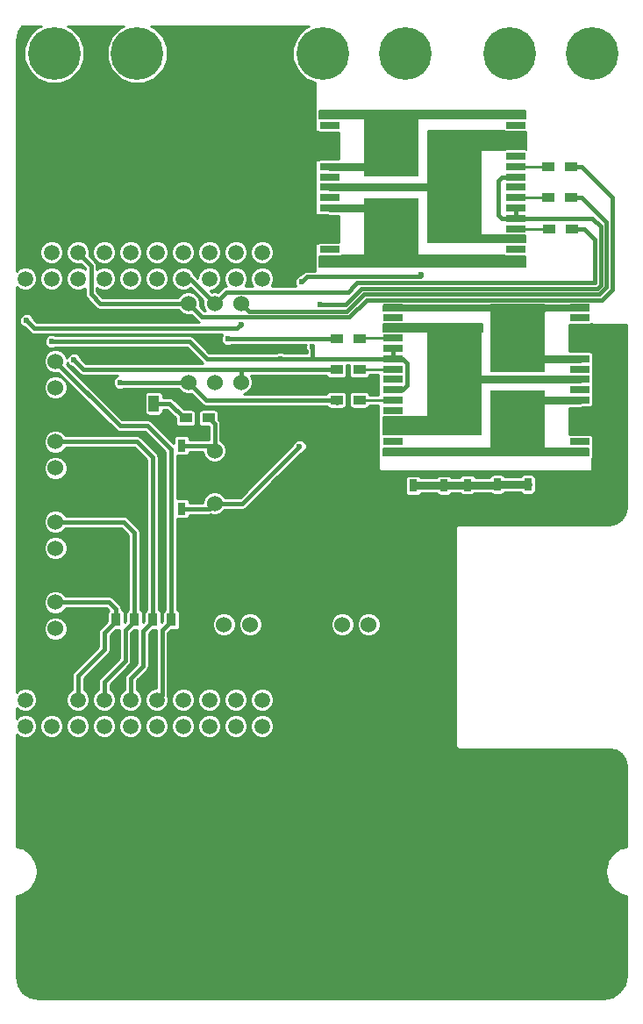
<source format=gbr>
G04 #@! TF.FileFunction,Copper,L1,Top,Signal*
%FSLAX46Y46*%
G04 Gerber Fmt 4.6, Leading zero omitted, Abs format (unit mm)*
G04 Created by KiCad (PCBNEW 4.0.7) date 08/13/18 10:29:34*
%MOMM*%
%LPD*%
G01*
G04 APERTURE LIST*
%ADD10C,0.100000*%
%ADD11C,0.600000*%
%ADD12C,1.520000*%
%ADD13C,1.524000*%
%ADD14R,0.750000X1.200000*%
%ADD15R,1.854200X0.635000*%
%ADD16R,5.257800X6.223000*%
%ADD17R,5.257800X10.312400*%
%ADD18C,5.080000*%
%ADD19R,1.200000X0.900000*%
%ADD20R,0.900000X1.200000*%
%ADD21R,1.000000X1.600000*%
%ADD22C,0.406400*%
%ADD23C,0.762000*%
%ADD24C,0.250000*%
%ADD25C,0.254000*%
%ADD26C,0.127000*%
G04 APERTURE END LIST*
D10*
D11*
X144576800Y-163017200D03*
X145846800Y-161848800D03*
X144576800Y-161848800D03*
X145846800Y-163017200D03*
D12*
X119278400Y-204774800D03*
X121818400Y-204774800D03*
X124358400Y-204774800D03*
X126898400Y-204774800D03*
X129438400Y-204774800D03*
X131978400Y-204774800D03*
X134518400Y-204774800D03*
X137058400Y-204774800D03*
X139598400Y-204774800D03*
X142138400Y-204774800D03*
X119278400Y-207314800D03*
X121818400Y-207314800D03*
X124358400Y-207314800D03*
X126898400Y-207314800D03*
X129438400Y-207314800D03*
X131978400Y-207314800D03*
X134518400Y-207314800D03*
X137058400Y-207314800D03*
X139598400Y-207314800D03*
X142138400Y-207314800D03*
X119278400Y-164134800D03*
X121818400Y-164134800D03*
X124358400Y-164134800D03*
X126898400Y-164134800D03*
X129438400Y-164134800D03*
X131978400Y-164134800D03*
X134518400Y-164134800D03*
X137058400Y-164134800D03*
X139598400Y-164134800D03*
X142138400Y-164134800D03*
X119278400Y-161594800D03*
X121818400Y-161594800D03*
X124358400Y-161594800D03*
X126898400Y-161594800D03*
X129438400Y-161594800D03*
X131978400Y-161594800D03*
X134518400Y-161594800D03*
X137058400Y-161594800D03*
X139598400Y-161594800D03*
X142138400Y-161594800D03*
D13*
X149860000Y-197485000D03*
X152400000Y-197485000D03*
X154940000Y-197485000D03*
X137541000Y-185801000D03*
X137541000Y-183261000D03*
X137541000Y-180721000D03*
X122174000Y-182372000D03*
X122174000Y-179832000D03*
D14*
X161950400Y-184012800D03*
X161950400Y-185912800D03*
D11*
X162560000Y-178816000D03*
X161290000Y-178816000D03*
X160020000Y-178816000D03*
X158750000Y-178816000D03*
X158750000Y-176530000D03*
D15*
X166636700Y-162295599D03*
X166636700Y-161295601D03*
X166636700Y-160295600D03*
X166636700Y-159295600D03*
X166636700Y-158295599D03*
X166636700Y-157295601D03*
X166636700Y-156295601D03*
X166636700Y-155295600D03*
X166636700Y-154295599D03*
X166636700Y-153295599D03*
X166636700Y-152295601D03*
X166636700Y-151295600D03*
X166636700Y-150295600D03*
X166636700Y-149295599D03*
X166636700Y-148295599D03*
X148628100Y-148295601D03*
X148628100Y-149295599D03*
X148628100Y-150295600D03*
X148628100Y-151295600D03*
X148628100Y-152295601D03*
X148628100Y-153295599D03*
X148628100Y-154295599D03*
X148628100Y-155295600D03*
X148628100Y-156295601D03*
X148628100Y-157295601D03*
X148628100Y-158295599D03*
X148628100Y-159295600D03*
X148628100Y-160295600D03*
X148628100Y-161295601D03*
X148628100Y-162295601D03*
D16*
X154584400Y-159461200D03*
D17*
X160680400Y-155295600D03*
D16*
X154584400Y-151130000D03*
D11*
X168910000Y-180340000D03*
X167640000Y-180340000D03*
X166370000Y-180340000D03*
X165100000Y-180340000D03*
X168910000Y-179070000D03*
X167640000Y-179070000D03*
X166370000Y-179070000D03*
X165100000Y-179070000D03*
X168910000Y-177800000D03*
X167640000Y-177800000D03*
X166370000Y-177800000D03*
X165100000Y-177800000D03*
X168910000Y-176530000D03*
X167640000Y-176530000D03*
X166370000Y-176530000D03*
X165100000Y-176530000D03*
X168910000Y-175260000D03*
X167640000Y-175260000D03*
X166370000Y-175260000D03*
X165100000Y-175260000D03*
X168910000Y-172720000D03*
X167640000Y-172720000D03*
X166370000Y-172720000D03*
X165100000Y-172720000D03*
X168910000Y-171450000D03*
X167640000Y-171450000D03*
X166370000Y-171450000D03*
X165100000Y-171450000D03*
X168910000Y-170180000D03*
X167640000Y-170180000D03*
X166370000Y-170180000D03*
X165100000Y-170180000D03*
X168910000Y-168910000D03*
X167640000Y-168910000D03*
X166370000Y-168910000D03*
X165100000Y-168910000D03*
X168910000Y-167640000D03*
X167640000Y-167640000D03*
X166370000Y-167640000D03*
X165100000Y-167640000D03*
X156210000Y-162560000D03*
X154940000Y-162560000D03*
X153670000Y-162560000D03*
X152400000Y-162560000D03*
X156210000Y-161290000D03*
X154940000Y-161290000D03*
X153670000Y-161290000D03*
X152400000Y-161290000D03*
X156210000Y-160020000D03*
X154940000Y-160020000D03*
X153670000Y-160020000D03*
X152400000Y-160020000D03*
X156210000Y-158750000D03*
X154940000Y-158750000D03*
X153670000Y-158750000D03*
X152400000Y-158750000D03*
X156210000Y-157480000D03*
X154940000Y-157480000D03*
X153670000Y-157480000D03*
X152400000Y-157480000D03*
X156210000Y-153670000D03*
X154940000Y-153670000D03*
X153670000Y-153670000D03*
X152400000Y-153670000D03*
X156210000Y-152400000D03*
X154940000Y-152400000D03*
X153670000Y-152400000D03*
X152400000Y-152400000D03*
X156210000Y-151130000D03*
X154940000Y-151130000D03*
X153670000Y-151130000D03*
X152400000Y-151130000D03*
X156210000Y-149860000D03*
X154940000Y-149860000D03*
X153670000Y-149860000D03*
X152400000Y-149860000D03*
X156210000Y-148590000D03*
X154940000Y-148590000D03*
X153670000Y-148590000D03*
X152400000Y-148590000D03*
X162560000Y-160020000D03*
X161290000Y-160020000D03*
X160020000Y-160020000D03*
X158750000Y-160020000D03*
X162560000Y-158750000D03*
X161290000Y-158750000D03*
X160020000Y-158750000D03*
X158750000Y-158750000D03*
X162560000Y-157480000D03*
X161290000Y-157480000D03*
X160020000Y-157480000D03*
X158750000Y-157480000D03*
X162560000Y-156210000D03*
X161290000Y-156210000D03*
X160020000Y-156210000D03*
X158750000Y-156210000D03*
X162560000Y-154940000D03*
X161290000Y-154940000D03*
X160020000Y-154940000D03*
X158750000Y-154940000D03*
X162560000Y-153670000D03*
X161290000Y-153670000D03*
X160020000Y-153670000D03*
X158750000Y-153670000D03*
X162560000Y-152400000D03*
X161290000Y-152400000D03*
X160020000Y-152400000D03*
X158750000Y-152400000D03*
X162560000Y-151130000D03*
X161290000Y-151130000D03*
X160020000Y-151130000D03*
X158750000Y-151130000D03*
X162560000Y-168910000D03*
X161290000Y-168910000D03*
X160020000Y-168910000D03*
X158750000Y-168910000D03*
X162560000Y-170180000D03*
X161290000Y-170180000D03*
X160020000Y-170180000D03*
X158750000Y-170180000D03*
X162560000Y-171450000D03*
X161290000Y-171450000D03*
X160020000Y-171450000D03*
X158750000Y-171450000D03*
X162560000Y-172720000D03*
X161290000Y-172720000D03*
X160020000Y-172720000D03*
X158750000Y-172720000D03*
X162560000Y-173990000D03*
X161290000Y-173990000D03*
X160020000Y-173990000D03*
X158750000Y-173990000D03*
X162560000Y-175260000D03*
X161290000Y-175260000D03*
X160020000Y-175260000D03*
X158750000Y-175260000D03*
X162560000Y-176530000D03*
X161290000Y-176530000D03*
X160020000Y-176530000D03*
X158750000Y-176530000D03*
X162560000Y-177800000D03*
X161290000Y-177800000D03*
X160020000Y-177800000D03*
D18*
X139980400Y-142367000D03*
X147979400Y-142367000D03*
X155980400Y-142367000D03*
X122071400Y-142367000D03*
X130072400Y-142367000D03*
X166013400Y-142367000D03*
X174014400Y-142367000D03*
D19*
X169799000Y-159321500D03*
X171999000Y-159321500D03*
X169758000Y-156273500D03*
X171958000Y-156273500D03*
X169758000Y-153289000D03*
X171958000Y-153289000D03*
X151518800Y-169875200D03*
X149318800Y-169875200D03*
X151518800Y-172872400D03*
X149318800Y-172872400D03*
X151518800Y-175818800D03*
X149318800Y-175818800D03*
D13*
X135001000Y-166497000D03*
X135001000Y-174117000D03*
X137541000Y-166497000D03*
X137541000Y-174117000D03*
X140081000Y-166497000D03*
X140081000Y-174117000D03*
D15*
X154774900Y-166837601D03*
X154774900Y-167837599D03*
X154774900Y-168837600D03*
X154774900Y-169837600D03*
X154774900Y-170837601D03*
X154774900Y-171837599D03*
X154774900Y-172837599D03*
X154774900Y-173837600D03*
X154774900Y-174837601D03*
X154774900Y-175837601D03*
X154774900Y-176837599D03*
X154774900Y-177837600D03*
X154774900Y-178837600D03*
X154774900Y-179837601D03*
X154774900Y-180837601D03*
X172783500Y-180837599D03*
X172783500Y-179837601D03*
X172783500Y-178837600D03*
X172783500Y-177837600D03*
X172783500Y-176837599D03*
X172783500Y-175837601D03*
X172783500Y-174837601D03*
X172783500Y-173837600D03*
X172783500Y-172837599D03*
X172783500Y-171837599D03*
X172783500Y-170837601D03*
X172783500Y-169837600D03*
X172783500Y-168837600D03*
X172783500Y-167837599D03*
X172783500Y-166837599D03*
D16*
X166827200Y-169672000D03*
D17*
X160731200Y-173837600D03*
D16*
X166827200Y-178003200D03*
D14*
X134366000Y-186304000D03*
X134366000Y-184404000D03*
X134366000Y-180218000D03*
X134366000Y-182118000D03*
D11*
X158750000Y-177800000D03*
D20*
X133350000Y-197020000D03*
X133350000Y-199220000D03*
X131572000Y-197020000D03*
X131572000Y-199220000D03*
X129794000Y-197020000D03*
X129794000Y-199220000D03*
X128016000Y-197020000D03*
X128016000Y-199220000D03*
D13*
X122174000Y-174625000D03*
X122174000Y-172085000D03*
X122174000Y-190119000D03*
X122174000Y-187579000D03*
X122174000Y-197866000D03*
X122174000Y-195326000D03*
D14*
X164846000Y-183962000D03*
X164846000Y-185862000D03*
X159664400Y-184063600D03*
X159664400Y-185963600D03*
X156718000Y-184089000D03*
X156718000Y-185989000D03*
X167767000Y-183962000D03*
X167767000Y-185862000D03*
D13*
X138430000Y-197485000D03*
X140970000Y-197485000D03*
X143510000Y-197485000D03*
D21*
X128675000Y-176149000D03*
X131675000Y-176149000D03*
D19*
X134747000Y-177546000D03*
X136947000Y-177546000D03*
D11*
X126492000Y-174371000D03*
X147701000Y-166605939D03*
X143891000Y-171837599D03*
X121793000Y-170180000D03*
X147015200Y-170688000D03*
X160782000Y-184023000D03*
X119380000Y-168148000D03*
X140081000Y-168529000D03*
X138811000Y-169926000D03*
X123952000Y-171958000D03*
X128397000Y-174117000D03*
X145745200Y-180289200D03*
X145948400Y-164439600D03*
X157480000Y-163703000D03*
D22*
X142214600Y-204851000D02*
X142138400Y-204774800D01*
X128675000Y-176149000D02*
X128270000Y-176149000D01*
X128270000Y-176149000D02*
X126492000Y-174371000D01*
X137541000Y-180721000D02*
X137541000Y-178140000D01*
X137541000Y-178140000D02*
X136947000Y-177546000D01*
X150330565Y-166459566D02*
X150184192Y-166605939D01*
X150184192Y-166605939D02*
X147701000Y-166605939D01*
X150928131Y-165862000D02*
X150330565Y-166459566D01*
X147015200Y-171837599D02*
X143891000Y-171837599D01*
X143891000Y-171837599D02*
X138817599Y-171837599D01*
X138811000Y-171831000D02*
X136779000Y-171831000D01*
X138817599Y-171837599D02*
X138811000Y-171831000D01*
X121793000Y-170180000D02*
X135128000Y-170180000D01*
X135128000Y-170180000D02*
X136779000Y-171831000D01*
X147015200Y-171837599D02*
X147015200Y-170688000D01*
X134366000Y-180218000D02*
X137038000Y-180218000D01*
X137038000Y-180218000D02*
X137541000Y-180721000D01*
X174471884Y-165049200D02*
X151740931Y-165049200D01*
X151740931Y-165049200D02*
X150928131Y-165862000D01*
X174802800Y-159105600D02*
X174802800Y-164718284D01*
X174802800Y-164718284D02*
X174471884Y-165049200D01*
X154774900Y-171837599D02*
X147015200Y-171837599D01*
X174802800Y-159105600D02*
X173990000Y-158292800D01*
X173990000Y-158292800D02*
X167972999Y-158292800D01*
X167972999Y-158292800D02*
X167970200Y-158295599D01*
X167970200Y-158295599D02*
X166636700Y-158295599D01*
X164947600Y-157988000D02*
X165255199Y-158295599D01*
X165255199Y-158295599D02*
X166636700Y-158295599D01*
X164947600Y-154651199D02*
X164947600Y-157988000D01*
X166636700Y-154295599D02*
X165303200Y-154295599D01*
X165303200Y-154295599D02*
X164947600Y-154651199D01*
X166636700Y-158295599D02*
X166636700Y-157295601D01*
X154774900Y-174837601D02*
X155655009Y-174837601D01*
X155655009Y-174837601D02*
X156108400Y-174384210D01*
X156108400Y-174384210D02*
X156108400Y-172290989D01*
X156108400Y-172290989D02*
X155655010Y-171837599D01*
X155655010Y-171837599D02*
X154774900Y-171837599D01*
X154774900Y-170837601D02*
X154774900Y-171837599D01*
D23*
X164846000Y-183962000D02*
X167767000Y-183962000D01*
X158242000Y-184063600D02*
X158216600Y-184089000D01*
X158216600Y-184089000D02*
X156718000Y-184089000D01*
X158242000Y-184063600D02*
X159664400Y-184063600D01*
X159664400Y-184063600D02*
X160741400Y-184063600D01*
X160741400Y-184063600D02*
X160782000Y-184023000D01*
X161950400Y-184012800D02*
X160792200Y-184012800D01*
X160792200Y-184012800D02*
X160782000Y-184023000D01*
X164795200Y-184012800D02*
X163372800Y-184012800D01*
X158242000Y-184063600D02*
X164744400Y-184063600D01*
X164744400Y-184063600D02*
X164795200Y-184012800D01*
X160787000Y-184028000D02*
X160782000Y-184023000D01*
X172783500Y-173837600D02*
X162712400Y-173837600D01*
X162712400Y-173837600D02*
X162560000Y-173990000D01*
X148628100Y-155295600D02*
X159664400Y-155295600D01*
X159664400Y-155295600D02*
X160020000Y-154940000D01*
D24*
X160680400Y-157988000D02*
X159816800Y-159766000D01*
D25*
X166636700Y-159295600D02*
X169773100Y-159295600D01*
X169773100Y-159295600D02*
X169799000Y-159321500D01*
D22*
X134518400Y-164134800D02*
X135178800Y-164134800D01*
X135178800Y-164134800D02*
X137541000Y-166497000D01*
X137541000Y-166497000D02*
X138656061Y-165381939D01*
X138656061Y-165381939D02*
X150467061Y-165381939D01*
X150467061Y-165381939D02*
X151079200Y-164769800D01*
X151079200Y-164769800D02*
X151079200Y-164744400D01*
X151079200Y-164744400D02*
X151335730Y-164487870D01*
X151335730Y-164487870D02*
X174246530Y-164487870D01*
X174246530Y-164487870D02*
X174246530Y-160378130D01*
X174246530Y-160378130D02*
X173189900Y-159321500D01*
X173189900Y-159321500D02*
X171999000Y-159321500D01*
D25*
X166636700Y-156295601D02*
X169735899Y-156295601D01*
X169735899Y-156295601D02*
X169758000Y-156273500D01*
D22*
X135890000Y-168910000D02*
X120142000Y-168910000D01*
X120142000Y-168910000D02*
X119380000Y-168148000D01*
X139700000Y-168910000D02*
X135890000Y-168910000D01*
X139781001Y-168828999D02*
X139700000Y-168910000D01*
X140081000Y-168529000D02*
X139781001Y-168828999D01*
X171958000Y-156273500D02*
X172964400Y-156273500D01*
X172964400Y-156273500D02*
X175359070Y-158668170D01*
X175359070Y-158668170D02*
X175359069Y-164948699D01*
X175359069Y-164948699D02*
X174699768Y-165608000D01*
X174699768Y-165608000D02*
X163322000Y-165608000D01*
X163322000Y-165608000D02*
X163319470Y-165605470D01*
X151971345Y-165605470D02*
X150317816Y-167258999D01*
X163319470Y-165605470D02*
X151971345Y-165605470D01*
X140842999Y-167258999D02*
X140081000Y-166497000D01*
X150317816Y-167258999D02*
X140842999Y-167258999D01*
D25*
X166636700Y-153295599D02*
X169751401Y-153295599D01*
X169751401Y-153295599D02*
X169758000Y-153289000D01*
D22*
X125603000Y-165608000D02*
X125603000Y-162839400D01*
X125603000Y-162839400D02*
X124358400Y-161594800D01*
X126492000Y-166497000D02*
X125603000Y-165608000D01*
X135001000Y-166497000D02*
X126492000Y-166497000D01*
X150548230Y-167815269D02*
X136319269Y-167815269D01*
X136319269Y-167815269D02*
X135001000Y-166497000D01*
X174930182Y-166164270D02*
X152199229Y-166164270D01*
X152199229Y-166164270D02*
X150548230Y-167815269D01*
X175915339Y-156239939D02*
X175915338Y-165179114D01*
X175915338Y-165179114D02*
X174930182Y-166164270D01*
X171958000Y-153289000D02*
X172964400Y-153289000D01*
X172964400Y-153289000D02*
X175915339Y-156239939D01*
D25*
X154774900Y-169837600D02*
X151556400Y-169837600D01*
X151556400Y-169837600D02*
X151518800Y-169875200D01*
D22*
X149318800Y-169875200D02*
X138861800Y-169875200D01*
X138861800Y-169875200D02*
X138811000Y-169926000D01*
D25*
X154774900Y-172837599D02*
X151553601Y-172837599D01*
X151553601Y-172837599D02*
X151518800Y-172872400D01*
D22*
X141325600Y-172872400D02*
X140081000Y-172872400D01*
X140081000Y-172872400D02*
X124866400Y-172872400D01*
X140081000Y-174117000D02*
X140081000Y-172872400D01*
X124866400Y-172872400D02*
X123952000Y-171958000D01*
X141325600Y-172872400D02*
X149318800Y-172872400D01*
D25*
X154774900Y-175837601D02*
X151537601Y-175837601D01*
X151537601Y-175837601D02*
X151518800Y-175818800D01*
D22*
X128397000Y-174117000D02*
X129286000Y-174117000D01*
X129286000Y-174117000D02*
X135001000Y-174117000D01*
X149318800Y-175818800D02*
X136702800Y-175818800D01*
X136702800Y-175818800D02*
X135001000Y-174117000D01*
X149268000Y-175869600D02*
X149318800Y-175818800D01*
X149318800Y-175818800D02*
X149318800Y-176106000D01*
D23*
X148628100Y-157295601D02*
X152215601Y-157295601D01*
X152215601Y-157295601D02*
X152400000Y-157480000D01*
X148628100Y-153295599D02*
X152774401Y-153295599D01*
X152774401Y-153295599D02*
X153670000Y-152400000D01*
D25*
X172783500Y-166837599D02*
X169661601Y-166837599D01*
X169661601Y-166837599D02*
X166827200Y-169672000D01*
D23*
X172783500Y-171837599D02*
X168992799Y-171837599D01*
X168992799Y-171837599D02*
X166827200Y-169672000D01*
D22*
X172783500Y-180837599D02*
X169407599Y-180837599D01*
X169407599Y-180837599D02*
X168910000Y-180340000D01*
D23*
X172783500Y-175837601D02*
X168332399Y-175837601D01*
X168332399Y-175837601D02*
X167640000Y-176530000D01*
D22*
X140081000Y-185801000D02*
X139750800Y-185801000D01*
X140233400Y-185801000D02*
X139750800Y-185801000D01*
X139750800Y-185801000D02*
X139344400Y-185801000D01*
X145745200Y-180289200D02*
X140233400Y-185801000D01*
X146710400Y-163931600D02*
X146456400Y-163931600D01*
X146456400Y-163931600D02*
X145948400Y-164439600D01*
X140106399Y-185801000D02*
X139344400Y-185801000D01*
X139344400Y-185801000D02*
X137541000Y-185801000D01*
X157378400Y-163931600D02*
X146710400Y-163931600D01*
X157480000Y-163703000D02*
X157480000Y-163830000D01*
X157480000Y-163830000D02*
X157378400Y-163931600D01*
X134366000Y-186304000D02*
X137038000Y-186304000D01*
X137038000Y-186304000D02*
X137541000Y-185801000D01*
X132461000Y-198059000D02*
X132461000Y-204292200D01*
X133350000Y-197020000D02*
X133350000Y-197170000D01*
X133350000Y-197170000D02*
X132461000Y-198059000D01*
X132461000Y-204292200D02*
X131978400Y-204774800D01*
X133350000Y-197020000D02*
X133350000Y-180594000D01*
X133350000Y-180594000D02*
X131064000Y-178308000D01*
X128397000Y-178308000D02*
X122174000Y-172085000D01*
X131064000Y-178308000D02*
X128397000Y-178308000D01*
X129438400Y-204774800D02*
X129438400Y-202641200D01*
X129438400Y-202641200D02*
X130606800Y-201472800D01*
X130606800Y-201472800D02*
X130606800Y-198135200D01*
X130606800Y-198135200D02*
X131572000Y-197170000D01*
X131572000Y-197170000D02*
X131572000Y-197020000D01*
X131572000Y-197020000D02*
X131572000Y-181356000D01*
X131572000Y-181356000D02*
X130048000Y-179832000D01*
X130048000Y-179832000D02*
X122174000Y-179832000D01*
X126898400Y-204774800D02*
X126898400Y-202996800D01*
X126898400Y-202996800D02*
X128905000Y-200990200D01*
X128905000Y-200990200D02*
X128905000Y-198059000D01*
X128905000Y-198059000D02*
X129794000Y-197170000D01*
X129794000Y-197170000D02*
X129794000Y-197020000D01*
X129794000Y-197020000D02*
X129794000Y-188595000D01*
X129794000Y-188595000D02*
X128778000Y-187579000D01*
X128778000Y-187579000D02*
X122174000Y-187579000D01*
X124358400Y-204774800D02*
X124358400Y-202438000D01*
X124358400Y-202438000D02*
X126898400Y-199898000D01*
X126898400Y-199898000D02*
X126898400Y-198287600D01*
X126898400Y-198287600D02*
X128016000Y-197170000D01*
X128016000Y-197170000D02*
X128016000Y-197020000D01*
X128016000Y-197020000D02*
X128016000Y-196013600D01*
X128016000Y-196013600D02*
X127328400Y-195326000D01*
X127328400Y-195326000D02*
X123251630Y-195326000D01*
X123251630Y-195326000D02*
X122174000Y-195326000D01*
X134747000Y-177546000D02*
X134597000Y-177546000D01*
X134597000Y-177546000D02*
X133200000Y-176149000D01*
X133200000Y-176149000D02*
X131675000Y-176149000D01*
D26*
G36*
X165583655Y-149911314D02*
X165709600Y-149936819D01*
X167563800Y-149936819D01*
X167640000Y-149922481D01*
X167640000Y-151669812D01*
X167563800Y-151654381D01*
X165709600Y-151654381D01*
X165591942Y-151676520D01*
X165553122Y-151701500D01*
X158115000Y-151701500D01*
X158115000Y-149860000D01*
X165508553Y-149860000D01*
X165583655Y-149911314D01*
X165583655Y-149911314D01*
G37*
X165583655Y-149911314D02*
X165709600Y-149936819D01*
X167563800Y-149936819D01*
X167640000Y-149922481D01*
X167640000Y-151669812D01*
X167563800Y-151654381D01*
X165709600Y-151654381D01*
X165591942Y-151676520D01*
X165553122Y-151701500D01*
X158115000Y-151701500D01*
X158115000Y-149860000D01*
X165508553Y-149860000D01*
X165583655Y-149911314D01*
G36*
X165583655Y-161911316D02*
X165709600Y-161936821D01*
X167563800Y-161936821D01*
X167576500Y-161934431D01*
X167576500Y-163004500D01*
X147637500Y-163004500D01*
X147637500Y-161923962D01*
X147701000Y-161936821D01*
X149555200Y-161936821D01*
X149672858Y-161914682D01*
X149755506Y-161861500D01*
X165510746Y-161861500D01*
X165583655Y-161911316D01*
X165583655Y-161911316D01*
G37*
X165583655Y-161911316D02*
X165709600Y-161936821D01*
X167563800Y-161936821D01*
X167576500Y-161934431D01*
X167576500Y-163004500D01*
X147637500Y-163004500D01*
X147637500Y-161923962D01*
X147701000Y-161936821D01*
X149555200Y-161936821D01*
X149672858Y-161914682D01*
X149755506Y-161861500D01*
X165510746Y-161861500D01*
X165583655Y-161911316D01*
G36*
X167576500Y-148653500D02*
X147637500Y-148653500D01*
X147637500Y-147891500D01*
X167576500Y-147891500D01*
X167576500Y-148653500D01*
X167576500Y-148653500D01*
G37*
X167576500Y-148653500D02*
X147637500Y-148653500D01*
X147637500Y-147891500D01*
X167576500Y-147891500D01*
X167576500Y-148653500D01*
G36*
X167576500Y-160591500D02*
X158178500Y-160591500D01*
X158178500Y-159956500D01*
X167576500Y-159956500D01*
X167576500Y-160591500D01*
X167576500Y-160591500D01*
G37*
X167576500Y-160591500D02*
X158178500Y-160591500D01*
X158178500Y-159956500D01*
X167576500Y-159956500D01*
X167576500Y-160591500D01*
G36*
X173672500Y-167195500D02*
X153860500Y-167195500D01*
X153860500Y-166684970D01*
X173672500Y-166684970D01*
X173672500Y-167195500D01*
X173672500Y-167195500D01*
G37*
X173672500Y-167195500D02*
X153860500Y-167195500D01*
X153860500Y-166684970D01*
X173672500Y-166684970D01*
X173672500Y-167195500D01*
G36*
X173672500Y-181165500D02*
X153860500Y-181165500D01*
X153860500Y-180530500D01*
X173672500Y-180530500D01*
X173672500Y-181165500D01*
X173672500Y-181165500D01*
G37*
X173672500Y-181165500D02*
X153860500Y-181165500D01*
X153860500Y-180530500D01*
X173672500Y-180530500D01*
X173672500Y-181165500D01*
G36*
X163385500Y-169227500D02*
X155836163Y-169227500D01*
X155827945Y-169221885D01*
X155702000Y-169196380D01*
X153860500Y-169196380D01*
X153860500Y-168478819D01*
X155702000Y-168478819D01*
X155772784Y-168465500D01*
X163385500Y-168465500D01*
X163385500Y-169227500D01*
X163385500Y-169227500D01*
G37*
X163385500Y-169227500D02*
X155836163Y-169227500D01*
X155827945Y-169221885D01*
X155702000Y-169196380D01*
X153860500Y-169196380D01*
X153860500Y-168478819D01*
X155702000Y-168478819D01*
X155772784Y-168465500D01*
X163385500Y-168465500D01*
X163385500Y-169227500D01*
G36*
X163258500Y-179133500D02*
X153860500Y-179133500D01*
X153860500Y-177482500D01*
X163258500Y-177482500D01*
X163258500Y-179133500D01*
X163258500Y-179133500D01*
G37*
X163258500Y-179133500D02*
X153860500Y-179133500D01*
X153860500Y-177482500D01*
X163258500Y-177482500D01*
X163258500Y-179133500D01*
G36*
X169354500Y-173037500D02*
X164274500Y-173037500D01*
X164274500Y-172656500D01*
X169354500Y-172656500D01*
X169354500Y-173037500D01*
X169354500Y-173037500D01*
G37*
X169354500Y-173037500D02*
X164274500Y-173037500D01*
X164274500Y-172656500D01*
X169354500Y-172656500D01*
X169354500Y-173037500D01*
D25*
G36*
X120803968Y-139730166D02*
X120418948Y-139889253D01*
X119596540Y-140710226D01*
X119150908Y-141783428D01*
X119149894Y-142945474D01*
X119593653Y-144019452D01*
X120414626Y-144841860D01*
X121487828Y-145287492D01*
X122649874Y-145288506D01*
X123723852Y-144844747D01*
X124546260Y-144023774D01*
X124991892Y-142950572D01*
X124992906Y-141788526D01*
X124549147Y-140714548D01*
X123728174Y-139892140D01*
X123348736Y-139734584D01*
X128771491Y-139743998D01*
X128419948Y-139889253D01*
X127597540Y-140710226D01*
X127151908Y-141783428D01*
X127150894Y-142945474D01*
X127594653Y-144019452D01*
X128415626Y-144841860D01*
X129488828Y-145287492D01*
X130650874Y-145288506D01*
X131724852Y-144844747D01*
X132547260Y-144023774D01*
X132992892Y-142950572D01*
X132993906Y-141788526D01*
X132550147Y-140714548D01*
X131729174Y-139892140D01*
X131383329Y-139748533D01*
X146603566Y-139774957D01*
X146326948Y-139889253D01*
X145504540Y-140710226D01*
X145058908Y-141783428D01*
X145057894Y-142945474D01*
X145501653Y-144019452D01*
X146322626Y-144841860D01*
X147193000Y-145203271D01*
X147193000Y-149809200D01*
X147203006Y-149858610D01*
X147231447Y-149900235D01*
X147273841Y-149927515D01*
X147320000Y-149936200D01*
X147498996Y-149936200D01*
X147549866Y-149970958D01*
X147701000Y-150001563D01*
X149529800Y-150001563D01*
X149529800Y-152533599D01*
X148628100Y-152533599D01*
X148346389Y-152589635D01*
X147701000Y-152589635D01*
X147559810Y-152616202D01*
X147540543Y-152628600D01*
X147320000Y-152628600D01*
X147270590Y-152638606D01*
X147228965Y-152667047D01*
X147201685Y-152709441D01*
X147193000Y-152755600D01*
X147193000Y-157835600D01*
X147203006Y-157885010D01*
X147231447Y-157926635D01*
X147273841Y-157953915D01*
X147320000Y-157962600D01*
X147537631Y-157962600D01*
X147549866Y-157970960D01*
X147701000Y-158001565D01*
X148346389Y-158001565D01*
X148628100Y-158057601D01*
X149551087Y-158057601D01*
X149551087Y-160589637D01*
X147701000Y-160589637D01*
X147559810Y-160616204D01*
X147499519Y-160655000D01*
X147320000Y-160655000D01*
X147270590Y-160665006D01*
X147228965Y-160693447D01*
X147201685Y-160735841D01*
X147193000Y-160782000D01*
X147193000Y-163347400D01*
X146456400Y-163347400D01*
X146232836Y-163391870D01*
X146043308Y-163518508D01*
X146043306Y-163518511D01*
X145796152Y-163765664D01*
X145563148Y-163861939D01*
X145371413Y-164053341D01*
X145267518Y-164303546D01*
X145267282Y-164574465D01*
X145359536Y-164797739D01*
X143089331Y-164797739D01*
X143105129Y-164781969D01*
X143279202Y-164362755D01*
X143279598Y-163908837D01*
X143106257Y-163489320D01*
X142785569Y-163168071D01*
X142366355Y-162993998D01*
X141912437Y-162993602D01*
X141492920Y-163166943D01*
X141171671Y-163487631D01*
X140997598Y-163906845D01*
X140997202Y-164360763D01*
X141170543Y-164780280D01*
X141187972Y-164797739D01*
X140549331Y-164797739D01*
X140565129Y-164781969D01*
X140739202Y-164362755D01*
X140739598Y-163908837D01*
X140566257Y-163489320D01*
X140245569Y-163168071D01*
X139826355Y-162993998D01*
X139372437Y-162993602D01*
X138952920Y-163166943D01*
X138631671Y-163487631D01*
X138457598Y-163906845D01*
X138457202Y-164360763D01*
X138630543Y-164780280D01*
X138649312Y-164799082D01*
X138432497Y-164842209D01*
X138344567Y-164900962D01*
X138242969Y-164968847D01*
X137831720Y-165380096D01*
X137769354Y-165354199D01*
X137314641Y-165353802D01*
X137250492Y-165380308D01*
X137146061Y-165275877D01*
X137284363Y-165275998D01*
X137703880Y-165102657D01*
X138025129Y-164781969D01*
X138199202Y-164362755D01*
X138199598Y-163908837D01*
X138026257Y-163489320D01*
X137705569Y-163168071D01*
X137286355Y-162993998D01*
X136832437Y-162993602D01*
X136412920Y-163166943D01*
X136091671Y-163487631D01*
X135917598Y-163906845D01*
X135917475Y-164047291D01*
X135591892Y-163721708D01*
X135578611Y-163712834D01*
X135486257Y-163489320D01*
X135165569Y-163168071D01*
X134746355Y-162993998D01*
X134292437Y-162993602D01*
X133872920Y-163166943D01*
X133551671Y-163487631D01*
X133377598Y-163906845D01*
X133377202Y-164360763D01*
X133550543Y-164780280D01*
X133871231Y-165101529D01*
X134290445Y-165275602D01*
X134744363Y-165275998D01*
X135163880Y-165102657D01*
X135242245Y-165024429D01*
X136424096Y-166206280D01*
X136398199Y-166268646D01*
X136397802Y-166723359D01*
X136571446Y-167143612D01*
X136658751Y-167231069D01*
X136561253Y-167231069D01*
X136117904Y-166787720D01*
X136143801Y-166725354D01*
X136144198Y-166270641D01*
X135970554Y-165850388D01*
X135649303Y-165528577D01*
X135229354Y-165354199D01*
X134774641Y-165353802D01*
X134354388Y-165527446D01*
X134032577Y-165848697D01*
X134005959Y-165912800D01*
X126733984Y-165912800D01*
X126187200Y-165366016D01*
X126187200Y-165037386D01*
X126251231Y-165101529D01*
X126670445Y-165275602D01*
X127124363Y-165275998D01*
X127543880Y-165102657D01*
X127865129Y-164781969D01*
X128039202Y-164362755D01*
X128039203Y-164360763D01*
X128297202Y-164360763D01*
X128470543Y-164780280D01*
X128791231Y-165101529D01*
X129210445Y-165275602D01*
X129664363Y-165275998D01*
X130083880Y-165102657D01*
X130405129Y-164781969D01*
X130579202Y-164362755D01*
X130579203Y-164360763D01*
X130837202Y-164360763D01*
X131010543Y-164780280D01*
X131331231Y-165101529D01*
X131750445Y-165275602D01*
X132204363Y-165275998D01*
X132623880Y-165102657D01*
X132945129Y-164781969D01*
X133119202Y-164362755D01*
X133119598Y-163908837D01*
X132946257Y-163489320D01*
X132625569Y-163168071D01*
X132206355Y-162993998D01*
X131752437Y-162993602D01*
X131332920Y-163166943D01*
X131011671Y-163487631D01*
X130837598Y-163906845D01*
X130837202Y-164360763D01*
X130579203Y-164360763D01*
X130579598Y-163908837D01*
X130406257Y-163489320D01*
X130085569Y-163168071D01*
X129666355Y-162993998D01*
X129212437Y-162993602D01*
X128792920Y-163166943D01*
X128471671Y-163487631D01*
X128297598Y-163906845D01*
X128297202Y-164360763D01*
X128039203Y-164360763D01*
X128039598Y-163908837D01*
X127866257Y-163489320D01*
X127545569Y-163168071D01*
X127126355Y-162993998D01*
X126672437Y-162993602D01*
X126252920Y-163166943D01*
X126187200Y-163232548D01*
X126187200Y-162839400D01*
X126142730Y-162615836D01*
X126016092Y-162426308D01*
X125473775Y-161883991D01*
X125499202Y-161822755D01*
X125499203Y-161820763D01*
X125757202Y-161820763D01*
X125930543Y-162240280D01*
X126251231Y-162561529D01*
X126670445Y-162735602D01*
X127124363Y-162735998D01*
X127543880Y-162562657D01*
X127865129Y-162241969D01*
X128039202Y-161822755D01*
X128039203Y-161820763D01*
X128297202Y-161820763D01*
X128470543Y-162240280D01*
X128791231Y-162561529D01*
X129210445Y-162735602D01*
X129664363Y-162735998D01*
X130083880Y-162562657D01*
X130405129Y-162241969D01*
X130579202Y-161822755D01*
X130579203Y-161820763D01*
X130837202Y-161820763D01*
X131010543Y-162240280D01*
X131331231Y-162561529D01*
X131750445Y-162735602D01*
X132204363Y-162735998D01*
X132623880Y-162562657D01*
X132945129Y-162241969D01*
X133119202Y-161822755D01*
X133119203Y-161820763D01*
X133377202Y-161820763D01*
X133550543Y-162240280D01*
X133871231Y-162561529D01*
X134290445Y-162735602D01*
X134744363Y-162735998D01*
X135163880Y-162562657D01*
X135485129Y-162241969D01*
X135659202Y-161822755D01*
X135659203Y-161820763D01*
X135917202Y-161820763D01*
X136090543Y-162240280D01*
X136411231Y-162561529D01*
X136830445Y-162735602D01*
X137284363Y-162735998D01*
X137703880Y-162562657D01*
X138025129Y-162241969D01*
X138199202Y-161822755D01*
X138199203Y-161820763D01*
X138457202Y-161820763D01*
X138630543Y-162240280D01*
X138951231Y-162561529D01*
X139370445Y-162735602D01*
X139824363Y-162735998D01*
X140243880Y-162562657D01*
X140565129Y-162241969D01*
X140739202Y-161822755D01*
X140739203Y-161820763D01*
X140997202Y-161820763D01*
X141170543Y-162240280D01*
X141491231Y-162561529D01*
X141910445Y-162735602D01*
X142364363Y-162735998D01*
X142783880Y-162562657D01*
X143105129Y-162241969D01*
X143279202Y-161822755D01*
X143279598Y-161368837D01*
X143106257Y-160949320D01*
X142785569Y-160628071D01*
X142366355Y-160453998D01*
X141912437Y-160453602D01*
X141492920Y-160626943D01*
X141171671Y-160947631D01*
X140997598Y-161366845D01*
X140997202Y-161820763D01*
X140739203Y-161820763D01*
X140739598Y-161368837D01*
X140566257Y-160949320D01*
X140245569Y-160628071D01*
X139826355Y-160453998D01*
X139372437Y-160453602D01*
X138952920Y-160626943D01*
X138631671Y-160947631D01*
X138457598Y-161366845D01*
X138457202Y-161820763D01*
X138199203Y-161820763D01*
X138199598Y-161368837D01*
X138026257Y-160949320D01*
X137705569Y-160628071D01*
X137286355Y-160453998D01*
X136832437Y-160453602D01*
X136412920Y-160626943D01*
X136091671Y-160947631D01*
X135917598Y-161366845D01*
X135917202Y-161820763D01*
X135659203Y-161820763D01*
X135659598Y-161368837D01*
X135486257Y-160949320D01*
X135165569Y-160628071D01*
X134746355Y-160453998D01*
X134292437Y-160453602D01*
X133872920Y-160626943D01*
X133551671Y-160947631D01*
X133377598Y-161366845D01*
X133377202Y-161820763D01*
X133119203Y-161820763D01*
X133119598Y-161368837D01*
X132946257Y-160949320D01*
X132625569Y-160628071D01*
X132206355Y-160453998D01*
X131752437Y-160453602D01*
X131332920Y-160626943D01*
X131011671Y-160947631D01*
X130837598Y-161366845D01*
X130837202Y-161820763D01*
X130579203Y-161820763D01*
X130579598Y-161368837D01*
X130406257Y-160949320D01*
X130085569Y-160628071D01*
X129666355Y-160453998D01*
X129212437Y-160453602D01*
X128792920Y-160626943D01*
X128471671Y-160947631D01*
X128297598Y-161366845D01*
X128297202Y-161820763D01*
X128039203Y-161820763D01*
X128039598Y-161368837D01*
X127866257Y-160949320D01*
X127545569Y-160628071D01*
X127126355Y-160453998D01*
X126672437Y-160453602D01*
X126252920Y-160626943D01*
X125931671Y-160947631D01*
X125757598Y-161366845D01*
X125757202Y-161820763D01*
X125499203Y-161820763D01*
X125499598Y-161368837D01*
X125326257Y-160949320D01*
X125005569Y-160628071D01*
X124586355Y-160453998D01*
X124132437Y-160453602D01*
X123712920Y-160626943D01*
X123391671Y-160947631D01*
X123217598Y-161366845D01*
X123217202Y-161820763D01*
X123390543Y-162240280D01*
X123711231Y-162561529D01*
X124130445Y-162735602D01*
X124584363Y-162735998D01*
X124647377Y-162709961D01*
X125018800Y-163081384D01*
X125018800Y-163181325D01*
X125005569Y-163168071D01*
X124586355Y-162993998D01*
X124132437Y-162993602D01*
X123712920Y-163166943D01*
X123391671Y-163487631D01*
X123217598Y-163906845D01*
X123217202Y-164360763D01*
X123390543Y-164780280D01*
X123711231Y-165101529D01*
X124130445Y-165275602D01*
X124584363Y-165275998D01*
X125003880Y-165102657D01*
X125018800Y-165087763D01*
X125018800Y-165608000D01*
X125063270Y-165831564D01*
X125074718Y-165848697D01*
X125189908Y-166021092D01*
X126078908Y-166910092D01*
X126268436Y-167036730D01*
X126492000Y-167081200D01*
X134005658Y-167081200D01*
X134031446Y-167143612D01*
X134352697Y-167465423D01*
X134772646Y-167639801D01*
X135227359Y-167640198D01*
X135291508Y-167613692D01*
X135906177Y-168228361D01*
X136052005Y-168325800D01*
X120383984Y-168325800D01*
X120053935Y-167995751D01*
X119957661Y-167762748D01*
X119766259Y-167571013D01*
X119516054Y-167467118D01*
X119245135Y-167466882D01*
X118994748Y-167570339D01*
X118803013Y-167761741D01*
X118699118Y-168011946D01*
X118698882Y-168282865D01*
X118802339Y-168533252D01*
X118993741Y-168724987D01*
X119228131Y-168822315D01*
X119728908Y-169323092D01*
X119918437Y-169449731D01*
X120142000Y-169494200D01*
X138279633Y-169494200D01*
X138234013Y-169539741D01*
X138130118Y-169789946D01*
X138129882Y-170060865D01*
X138233339Y-170311252D01*
X138424741Y-170502987D01*
X138674946Y-170606882D01*
X138945865Y-170607118D01*
X139196252Y-170503661D01*
X139240590Y-170459400D01*
X146372747Y-170459400D01*
X146334318Y-170551946D01*
X146334082Y-170822865D01*
X146431000Y-171057426D01*
X146431000Y-171253399D01*
X144259888Y-171253399D01*
X144027054Y-171156717D01*
X143756135Y-171156481D01*
X143521574Y-171253399D01*
X138844175Y-171253399D01*
X138811000Y-171246800D01*
X137020983Y-171246800D01*
X135541092Y-169766908D01*
X135351564Y-169640270D01*
X135128000Y-169595800D01*
X122161888Y-169595800D01*
X121929054Y-169499118D01*
X121658135Y-169498882D01*
X121407748Y-169602339D01*
X121216013Y-169793741D01*
X121112118Y-170043946D01*
X121111882Y-170314865D01*
X121215339Y-170565252D01*
X121406741Y-170756987D01*
X121656946Y-170860882D01*
X121927865Y-170861118D01*
X122162426Y-170764200D01*
X134886016Y-170764200D01*
X136365906Y-172244089D01*
X136365908Y-172244092D01*
X136431921Y-172288200D01*
X125108384Y-172288200D01*
X124625935Y-171805751D01*
X124529661Y-171572748D01*
X124338259Y-171381013D01*
X124088054Y-171277118D01*
X123817135Y-171276882D01*
X123566748Y-171380339D01*
X123375013Y-171571741D01*
X123286615Y-171784625D01*
X123143554Y-171438388D01*
X122822303Y-171116577D01*
X122402354Y-170942199D01*
X121947641Y-170941802D01*
X121527388Y-171115446D01*
X121205577Y-171436697D01*
X121031199Y-171856646D01*
X121030802Y-172311359D01*
X121204446Y-172731612D01*
X121525697Y-173053423D01*
X121945646Y-173227801D01*
X122400359Y-173228198D01*
X122464508Y-173201692D01*
X127983908Y-178721092D01*
X128173436Y-178847730D01*
X128397000Y-178892200D01*
X130822016Y-178892200D01*
X132765800Y-180835984D01*
X132765800Y-196056788D01*
X132758810Y-196058103D01*
X132629135Y-196141546D01*
X132542141Y-196268866D01*
X132511536Y-196420000D01*
X132511536Y-197182280D01*
X132410464Y-197283352D01*
X132410464Y-196420000D01*
X132383897Y-196278810D01*
X132300454Y-196149135D01*
X132173134Y-196062141D01*
X132156200Y-196058712D01*
X132156200Y-181356000D01*
X132111730Y-181132436D01*
X131985092Y-180942908D01*
X131985089Y-180942906D01*
X130461092Y-179418908D01*
X130401232Y-179378911D01*
X130271564Y-179292270D01*
X130048000Y-179247800D01*
X123169342Y-179247800D01*
X123143554Y-179185388D01*
X122822303Y-178863577D01*
X122402354Y-178689199D01*
X121947641Y-178688802D01*
X121527388Y-178862446D01*
X121205577Y-179183697D01*
X121031199Y-179603646D01*
X121030802Y-180058359D01*
X121204446Y-180478612D01*
X121525697Y-180800423D01*
X121945646Y-180974801D01*
X122400359Y-180975198D01*
X122820612Y-180801554D01*
X123142423Y-180480303D01*
X123169041Y-180416200D01*
X129806016Y-180416200D01*
X130987800Y-181597983D01*
X130987800Y-196056788D01*
X130980810Y-196058103D01*
X130851135Y-196141546D01*
X130764141Y-196268866D01*
X130733536Y-196420000D01*
X130733536Y-197182280D01*
X130632464Y-197283352D01*
X130632464Y-196420000D01*
X130605897Y-196278810D01*
X130522454Y-196149135D01*
X130395134Y-196062141D01*
X130378200Y-196058712D01*
X130378200Y-188595000D01*
X130333730Y-188371436D01*
X130207092Y-188181908D01*
X129191092Y-187165908D01*
X129001564Y-187039270D01*
X128778000Y-186994800D01*
X123169342Y-186994800D01*
X123143554Y-186932388D01*
X122822303Y-186610577D01*
X122402354Y-186436199D01*
X121947641Y-186435802D01*
X121527388Y-186609446D01*
X121205577Y-186930697D01*
X121031199Y-187350646D01*
X121030802Y-187805359D01*
X121204446Y-188225612D01*
X121525697Y-188547423D01*
X121945646Y-188721801D01*
X122400359Y-188722198D01*
X122820612Y-188548554D01*
X123142423Y-188227303D01*
X123169041Y-188163200D01*
X128536016Y-188163200D01*
X129209800Y-188836984D01*
X129209800Y-196056788D01*
X129202810Y-196058103D01*
X129073135Y-196141546D01*
X128986141Y-196268866D01*
X128955536Y-196420000D01*
X128955536Y-197182280D01*
X128854464Y-197283352D01*
X128854464Y-196420000D01*
X128827897Y-196278810D01*
X128744454Y-196149135D01*
X128617134Y-196062141D01*
X128600200Y-196058712D01*
X128600200Y-196013600D01*
X128555730Y-195790036D01*
X128429092Y-195600508D01*
X127741492Y-194912908D01*
X127551964Y-194786270D01*
X127328400Y-194741800D01*
X123169342Y-194741800D01*
X123143554Y-194679388D01*
X122822303Y-194357577D01*
X122402354Y-194183199D01*
X121947641Y-194182802D01*
X121527388Y-194356446D01*
X121205577Y-194677697D01*
X121031199Y-195097646D01*
X121030802Y-195552359D01*
X121204446Y-195972612D01*
X121525697Y-196294423D01*
X121945646Y-196468801D01*
X122400359Y-196469198D01*
X122820612Y-196295554D01*
X123142423Y-195974303D01*
X123169041Y-195910200D01*
X127086416Y-195910200D01*
X127308903Y-196132687D01*
X127295135Y-196141546D01*
X127208141Y-196268866D01*
X127177536Y-196420000D01*
X127177536Y-197182280D01*
X126485308Y-197874508D01*
X126358670Y-198064036D01*
X126314200Y-198287600D01*
X126314200Y-199656017D01*
X123945308Y-202024908D01*
X123818670Y-202214436D01*
X123774200Y-202438000D01*
X123774200Y-203781623D01*
X123712920Y-203806943D01*
X123391671Y-204127631D01*
X123217598Y-204546845D01*
X123217202Y-205000763D01*
X123390543Y-205420280D01*
X123711231Y-205741529D01*
X124130445Y-205915602D01*
X124584363Y-205915998D01*
X125003880Y-205742657D01*
X125325129Y-205421969D01*
X125499202Y-205002755D01*
X125499598Y-204548837D01*
X125326257Y-204129320D01*
X125005569Y-203808071D01*
X124942600Y-203781924D01*
X124942600Y-202679984D01*
X127311489Y-200311094D01*
X127311492Y-200311092D01*
X127438130Y-200121564D01*
X127482600Y-199898000D01*
X127482600Y-198529584D01*
X128003720Y-198008464D01*
X128330852Y-198008464D01*
X128320800Y-198059000D01*
X128320800Y-200748216D01*
X126485308Y-202583708D01*
X126358670Y-202773236D01*
X126314200Y-202996800D01*
X126314200Y-203781623D01*
X126252920Y-203806943D01*
X125931671Y-204127631D01*
X125757598Y-204546845D01*
X125757202Y-205000763D01*
X125930543Y-205420280D01*
X126251231Y-205741529D01*
X126670445Y-205915602D01*
X127124363Y-205915998D01*
X127543880Y-205742657D01*
X127865129Y-205421969D01*
X128039202Y-205002755D01*
X128039598Y-204548837D01*
X127866257Y-204129320D01*
X127545569Y-203808071D01*
X127482600Y-203781924D01*
X127482600Y-203238784D01*
X129318092Y-201403292D01*
X129444730Y-201213764D01*
X129489200Y-200990200D01*
X129489200Y-198300984D01*
X129781720Y-198008464D01*
X130047810Y-198008464D01*
X130022600Y-198135200D01*
X130022600Y-201230816D01*
X129025308Y-202228108D01*
X128898670Y-202417636D01*
X128854200Y-202641200D01*
X128854200Y-203781623D01*
X128792920Y-203806943D01*
X128471671Y-204127631D01*
X128297598Y-204546845D01*
X128297202Y-205000763D01*
X128470543Y-205420280D01*
X128791231Y-205741529D01*
X129210445Y-205915602D01*
X129664363Y-205915998D01*
X130083880Y-205742657D01*
X130405129Y-205421969D01*
X130579202Y-205002755D01*
X130579598Y-204548837D01*
X130406257Y-204129320D01*
X130085569Y-203808071D01*
X130022600Y-203781924D01*
X130022600Y-202883184D01*
X131019892Y-201885892D01*
X131041335Y-201853800D01*
X131146530Y-201696364D01*
X131191000Y-201472800D01*
X131191000Y-198377184D01*
X131559720Y-198008464D01*
X131886852Y-198008464D01*
X131876800Y-198059000D01*
X131876800Y-203633710D01*
X131752437Y-203633602D01*
X131332920Y-203806943D01*
X131011671Y-204127631D01*
X130837598Y-204546845D01*
X130837202Y-205000763D01*
X131010543Y-205420280D01*
X131331231Y-205741529D01*
X131750445Y-205915602D01*
X132204363Y-205915998D01*
X132623880Y-205742657D01*
X132945129Y-205421969D01*
X133119202Y-205002755D01*
X133119203Y-205000763D01*
X133377202Y-205000763D01*
X133550543Y-205420280D01*
X133871231Y-205741529D01*
X134290445Y-205915602D01*
X134744363Y-205915998D01*
X135163880Y-205742657D01*
X135485129Y-205421969D01*
X135659202Y-205002755D01*
X135659203Y-205000763D01*
X135917202Y-205000763D01*
X136090543Y-205420280D01*
X136411231Y-205741529D01*
X136830445Y-205915602D01*
X137284363Y-205915998D01*
X137703880Y-205742657D01*
X138025129Y-205421969D01*
X138199202Y-205002755D01*
X138199203Y-205000763D01*
X138457202Y-205000763D01*
X138630543Y-205420280D01*
X138951231Y-205741529D01*
X139370445Y-205915602D01*
X139824363Y-205915998D01*
X140243880Y-205742657D01*
X140565129Y-205421969D01*
X140739202Y-205002755D01*
X140739203Y-205000763D01*
X140997202Y-205000763D01*
X141170543Y-205420280D01*
X141491231Y-205741529D01*
X141910445Y-205915602D01*
X142364363Y-205915998D01*
X142783880Y-205742657D01*
X143105129Y-205421969D01*
X143279202Y-205002755D01*
X143279598Y-204548837D01*
X143106257Y-204129320D01*
X142785569Y-203808071D01*
X142366355Y-203633998D01*
X141912437Y-203633602D01*
X141492920Y-203806943D01*
X141171671Y-204127631D01*
X140997598Y-204546845D01*
X140997202Y-205000763D01*
X140739203Y-205000763D01*
X140739598Y-204548837D01*
X140566257Y-204129320D01*
X140245569Y-203808071D01*
X139826355Y-203633998D01*
X139372437Y-203633602D01*
X138952920Y-203806943D01*
X138631671Y-204127631D01*
X138457598Y-204546845D01*
X138457202Y-205000763D01*
X138199203Y-205000763D01*
X138199598Y-204548837D01*
X138026257Y-204129320D01*
X137705569Y-203808071D01*
X137286355Y-203633998D01*
X136832437Y-203633602D01*
X136412920Y-203806943D01*
X136091671Y-204127631D01*
X135917598Y-204546845D01*
X135917202Y-205000763D01*
X135659203Y-205000763D01*
X135659598Y-204548837D01*
X135486257Y-204129320D01*
X135165569Y-203808071D01*
X134746355Y-203633998D01*
X134292437Y-203633602D01*
X133872920Y-203806943D01*
X133551671Y-204127631D01*
X133377598Y-204546845D01*
X133377202Y-205000763D01*
X133119203Y-205000763D01*
X133119598Y-204548837D01*
X133034917Y-204343894D01*
X133045200Y-204292200D01*
X133045200Y-198300984D01*
X133337720Y-198008464D01*
X133800000Y-198008464D01*
X133941190Y-197981897D01*
X134070865Y-197898454D01*
X134157859Y-197771134D01*
X134169963Y-197711359D01*
X137286802Y-197711359D01*
X137460446Y-198131612D01*
X137781697Y-198453423D01*
X138201646Y-198627801D01*
X138656359Y-198628198D01*
X139076612Y-198454554D01*
X139398423Y-198133303D01*
X139572801Y-197713354D01*
X139572802Y-197711359D01*
X139826802Y-197711359D01*
X140000446Y-198131612D01*
X140321697Y-198453423D01*
X140741646Y-198627801D01*
X141196359Y-198628198D01*
X141616612Y-198454554D01*
X141938423Y-198133303D01*
X142112801Y-197713354D01*
X142112802Y-197711359D01*
X148716802Y-197711359D01*
X148890446Y-198131612D01*
X149211697Y-198453423D01*
X149631646Y-198627801D01*
X150086359Y-198628198D01*
X150506612Y-198454554D01*
X150828423Y-198133303D01*
X151002801Y-197713354D01*
X151002802Y-197711359D01*
X151256802Y-197711359D01*
X151430446Y-198131612D01*
X151751697Y-198453423D01*
X152171646Y-198627801D01*
X152626359Y-198628198D01*
X153046612Y-198454554D01*
X153368423Y-198133303D01*
X153542801Y-197713354D01*
X153543198Y-197258641D01*
X153369554Y-196838388D01*
X153048303Y-196516577D01*
X152628354Y-196342199D01*
X152173641Y-196341802D01*
X151753388Y-196515446D01*
X151431577Y-196836697D01*
X151257199Y-197256646D01*
X151256802Y-197711359D01*
X151002802Y-197711359D01*
X151003198Y-197258641D01*
X150829554Y-196838388D01*
X150508303Y-196516577D01*
X150088354Y-196342199D01*
X149633641Y-196341802D01*
X149213388Y-196515446D01*
X148891577Y-196836697D01*
X148717199Y-197256646D01*
X148716802Y-197711359D01*
X142112802Y-197711359D01*
X142113198Y-197258641D01*
X141939554Y-196838388D01*
X141618303Y-196516577D01*
X141198354Y-196342199D01*
X140743641Y-196341802D01*
X140323388Y-196515446D01*
X140001577Y-196836697D01*
X139827199Y-197256646D01*
X139826802Y-197711359D01*
X139572802Y-197711359D01*
X139573198Y-197258641D01*
X139399554Y-196838388D01*
X139078303Y-196516577D01*
X138658354Y-196342199D01*
X138203641Y-196341802D01*
X137783388Y-196515446D01*
X137461577Y-196836697D01*
X137287199Y-197256646D01*
X137286802Y-197711359D01*
X134169963Y-197711359D01*
X134188464Y-197620000D01*
X134188464Y-196420000D01*
X134161897Y-196278810D01*
X134078454Y-196149135D01*
X133951134Y-196062141D01*
X133934200Y-196058712D01*
X133934200Y-187280962D01*
X133991000Y-187292464D01*
X134741000Y-187292464D01*
X134882190Y-187265897D01*
X135011865Y-187182454D01*
X135098859Y-187055134D01*
X135129464Y-186904000D01*
X135129464Y-186888200D01*
X137038000Y-186888200D01*
X137133159Y-186869272D01*
X137312646Y-186943801D01*
X137767359Y-186944198D01*
X138187612Y-186770554D01*
X138509423Y-186449303D01*
X138536041Y-186385200D01*
X140233400Y-186385200D01*
X140456964Y-186340730D01*
X140646492Y-186214092D01*
X143371584Y-183489000D01*
X155954536Y-183489000D01*
X155954536Y-184689000D01*
X155981103Y-184830190D01*
X156064546Y-184959865D01*
X156191866Y-185046859D01*
X156343000Y-185077464D01*
X157093000Y-185077464D01*
X157234190Y-185050897D01*
X157363865Y-184967454D01*
X157443435Y-184851000D01*
X158216600Y-184851000D01*
X158344294Y-184825600D01*
X158940894Y-184825600D01*
X159010946Y-184934465D01*
X159138266Y-185021459D01*
X159289400Y-185052064D01*
X160039400Y-185052064D01*
X160180590Y-185025497D01*
X160310265Y-184942054D01*
X160389835Y-184825600D01*
X161259582Y-184825600D01*
X161296946Y-184883665D01*
X161424266Y-184970659D01*
X161575400Y-185001264D01*
X162325400Y-185001264D01*
X162466590Y-184974697D01*
X162596265Y-184891254D01*
X162641124Y-184825600D01*
X164187871Y-184825600D01*
X164192546Y-184832865D01*
X164319866Y-184919859D01*
X164471000Y-184950464D01*
X165221000Y-184950464D01*
X165362190Y-184923897D01*
X165491865Y-184840454D01*
X165571435Y-184724000D01*
X167043494Y-184724000D01*
X167113546Y-184832865D01*
X167240866Y-184919859D01*
X167392000Y-184950464D01*
X168142000Y-184950464D01*
X168283190Y-184923897D01*
X168412865Y-184840454D01*
X168499859Y-184713134D01*
X168530464Y-184562000D01*
X168530464Y-183362000D01*
X168503897Y-183220810D01*
X168420454Y-183091135D01*
X168293134Y-183004141D01*
X168142000Y-182973536D01*
X167392000Y-182973536D01*
X167250810Y-183000103D01*
X167121135Y-183083546D01*
X167041565Y-183200000D01*
X165569506Y-183200000D01*
X165499454Y-183091135D01*
X165372134Y-183004141D01*
X165221000Y-182973536D01*
X164471000Y-182973536D01*
X164329810Y-183000103D01*
X164200135Y-183083546D01*
X164113141Y-183210866D01*
X164105054Y-183250800D01*
X163372800Y-183250800D01*
X163117412Y-183301600D01*
X162692940Y-183301600D01*
X162687297Y-183271610D01*
X162603854Y-183141935D01*
X162476534Y-183054941D01*
X162325400Y-183024336D01*
X161575400Y-183024336D01*
X161434210Y-183050903D01*
X161304535Y-183134346D01*
X161224965Y-183250800D01*
X160792200Y-183250800D01*
X160536812Y-183301600D01*
X160387906Y-183301600D01*
X160317854Y-183192735D01*
X160190534Y-183105741D01*
X160039400Y-183075136D01*
X159289400Y-183075136D01*
X159148210Y-183101703D01*
X159018535Y-183185146D01*
X158938965Y-183301600D01*
X158242000Y-183301600D01*
X158114306Y-183327000D01*
X157441506Y-183327000D01*
X157371454Y-183218135D01*
X157244134Y-183131141D01*
X157093000Y-183100536D01*
X156343000Y-183100536D01*
X156201810Y-183127103D01*
X156072135Y-183210546D01*
X155985141Y-183337866D01*
X155954536Y-183489000D01*
X143371584Y-183489000D01*
X145897449Y-180963135D01*
X146130452Y-180866861D01*
X146322187Y-180675459D01*
X146426082Y-180425254D01*
X146426318Y-180154335D01*
X146322861Y-179903948D01*
X146131459Y-179712213D01*
X145881254Y-179608318D01*
X145610335Y-179608082D01*
X145359948Y-179711539D01*
X145168213Y-179902941D01*
X145070885Y-180137331D01*
X139991416Y-185216800D01*
X138536342Y-185216800D01*
X138510554Y-185154388D01*
X138189303Y-184832577D01*
X137769354Y-184658199D01*
X137314641Y-184657802D01*
X136894388Y-184831446D01*
X136572577Y-185152697D01*
X136398199Y-185572646D01*
X136398071Y-185719800D01*
X135129464Y-185719800D01*
X135129464Y-185704000D01*
X135102897Y-185562810D01*
X135019454Y-185433135D01*
X134892134Y-185346141D01*
X134741000Y-185315536D01*
X133991000Y-185315536D01*
X133934200Y-185326224D01*
X133934200Y-181194962D01*
X133991000Y-181206464D01*
X134741000Y-181206464D01*
X134882190Y-181179897D01*
X135011865Y-181096454D01*
X135098859Y-180969134D01*
X135129464Y-180818000D01*
X135129464Y-180802200D01*
X136397929Y-180802200D01*
X136397802Y-180947359D01*
X136571446Y-181367612D01*
X136892697Y-181689423D01*
X137312646Y-181863801D01*
X137767359Y-181864198D01*
X138187612Y-181690554D01*
X138509423Y-181369303D01*
X138683801Y-180949354D01*
X138684198Y-180494641D01*
X138510554Y-180074388D01*
X138189303Y-179752577D01*
X138125200Y-179725959D01*
X138125200Y-178140000D01*
X138080730Y-177916436D01*
X137954092Y-177726908D01*
X137935464Y-177708280D01*
X137935464Y-177096000D01*
X137908897Y-176954810D01*
X137825454Y-176825135D01*
X137698134Y-176738141D01*
X137547000Y-176707536D01*
X136347000Y-176707536D01*
X136205810Y-176734103D01*
X136076135Y-176817546D01*
X135989141Y-176944866D01*
X135958536Y-177096000D01*
X135958536Y-177996000D01*
X135985103Y-178137190D01*
X136068546Y-178266865D01*
X136195866Y-178353859D01*
X136347000Y-178384464D01*
X136956800Y-178384464D01*
X136956800Y-179633800D01*
X135129464Y-179633800D01*
X135129464Y-179618000D01*
X135102897Y-179476810D01*
X135019454Y-179347135D01*
X134892134Y-179260141D01*
X134741000Y-179229536D01*
X133991000Y-179229536D01*
X133849810Y-179256103D01*
X133720135Y-179339546D01*
X133633141Y-179466866D01*
X133602536Y-179618000D01*
X133602536Y-180020352D01*
X131477092Y-177894908D01*
X131287564Y-177768270D01*
X131064000Y-177723800D01*
X128638984Y-177723800D01*
X126264184Y-175349000D01*
X130786536Y-175349000D01*
X130786536Y-176949000D01*
X130813103Y-177090190D01*
X130896546Y-177219865D01*
X131023866Y-177306859D01*
X131175000Y-177337464D01*
X132175000Y-177337464D01*
X132316190Y-177310897D01*
X132445865Y-177227454D01*
X132532859Y-177100134D01*
X132563464Y-176949000D01*
X132563464Y-176733200D01*
X132958016Y-176733200D01*
X133758536Y-177533720D01*
X133758536Y-177996000D01*
X133785103Y-178137190D01*
X133868546Y-178266865D01*
X133995866Y-178353859D01*
X134147000Y-178384464D01*
X135347000Y-178384464D01*
X135488190Y-178357897D01*
X135617865Y-178274454D01*
X135704859Y-178147134D01*
X135735464Y-177996000D01*
X135735464Y-177096000D01*
X135708897Y-176954810D01*
X135625454Y-176825135D01*
X135498134Y-176738141D01*
X135347000Y-176707536D01*
X134584720Y-176707536D01*
X133613092Y-175735908D01*
X133423564Y-175609270D01*
X133200000Y-175564800D01*
X132563464Y-175564800D01*
X132563464Y-175349000D01*
X132536897Y-175207810D01*
X132453454Y-175078135D01*
X132326134Y-174991141D01*
X132175000Y-174960536D01*
X131175000Y-174960536D01*
X131033810Y-174987103D01*
X130904135Y-175070546D01*
X130817141Y-175197866D01*
X130786536Y-175349000D01*
X126264184Y-175349000D01*
X123290904Y-172375720D01*
X123316801Y-172313354D01*
X123316896Y-172204229D01*
X123374339Y-172343252D01*
X123565741Y-172534987D01*
X123800131Y-172632315D01*
X124453308Y-173285492D01*
X124642836Y-173412130D01*
X124866400Y-173456600D01*
X128211993Y-173456600D01*
X128011748Y-173539339D01*
X127820013Y-173730741D01*
X127716118Y-173980946D01*
X127715882Y-174251865D01*
X127819339Y-174502252D01*
X128010741Y-174693987D01*
X128260946Y-174797882D01*
X128531865Y-174798118D01*
X128766426Y-174701200D01*
X134005658Y-174701200D01*
X134031446Y-174763612D01*
X134352697Y-175085423D01*
X134772646Y-175259801D01*
X135227359Y-175260198D01*
X135291508Y-175233692D01*
X136289708Y-176231892D01*
X136479237Y-176358531D01*
X136702800Y-176403001D01*
X136702805Y-176403000D01*
X148355588Y-176403000D01*
X148356903Y-176409990D01*
X148440346Y-176539665D01*
X148567666Y-176626659D01*
X148718800Y-176657264D01*
X149153221Y-176657264D01*
X149318800Y-176690200D01*
X149484379Y-176657264D01*
X149918800Y-176657264D01*
X150059990Y-176630697D01*
X150189665Y-176547254D01*
X150276659Y-176419934D01*
X150307264Y-176268800D01*
X150307264Y-175368800D01*
X150280697Y-175227610D01*
X150197254Y-175097935D01*
X150069934Y-175010941D01*
X149918800Y-174980336D01*
X148718800Y-174980336D01*
X148577610Y-175006903D01*
X148447935Y-175090346D01*
X148360941Y-175217666D01*
X148357512Y-175234600D01*
X140369311Y-175234600D01*
X140727612Y-175086554D01*
X141049423Y-174765303D01*
X141223801Y-174345354D01*
X141224198Y-173890641D01*
X141050554Y-173470388D01*
X141036790Y-173456600D01*
X148355588Y-173456600D01*
X148356903Y-173463590D01*
X148440346Y-173593265D01*
X148567666Y-173680259D01*
X148718800Y-173710864D01*
X149918800Y-173710864D01*
X150059990Y-173684297D01*
X150189665Y-173600854D01*
X150276659Y-173473534D01*
X150307264Y-173322400D01*
X150307264Y-172422400D01*
X150307151Y-172421799D01*
X150530458Y-172421799D01*
X150530336Y-172422400D01*
X150530336Y-173322400D01*
X150556903Y-173463590D01*
X150640346Y-173593265D01*
X150767666Y-173680259D01*
X150918800Y-173710864D01*
X152118800Y-173710864D01*
X152259990Y-173684297D01*
X152389665Y-173600854D01*
X152476659Y-173473534D01*
X152502566Y-173345599D01*
X153339800Y-173345599D01*
X153339800Y-175329601D01*
X152499888Y-175329601D01*
X152480697Y-175227610D01*
X152397254Y-175097935D01*
X152269934Y-175010941D01*
X152118800Y-174980336D01*
X150918800Y-174980336D01*
X150777610Y-175006903D01*
X150647935Y-175090346D01*
X150560941Y-175217666D01*
X150530336Y-175368800D01*
X150530336Y-176268800D01*
X150556903Y-176409990D01*
X150640346Y-176539665D01*
X150767666Y-176626659D01*
X150918800Y-176657264D01*
X152118800Y-176657264D01*
X152259990Y-176630697D01*
X152389665Y-176547254D01*
X152476659Y-176419934D01*
X152491712Y-176345601D01*
X153339800Y-176345601D01*
X153339800Y-182524400D01*
X153349806Y-182573810D01*
X153378247Y-182615435D01*
X153420641Y-182642715D01*
X153466542Y-182651400D01*
X173888142Y-182692907D01*
X173937572Y-182683001D01*
X173979254Y-182654645D01*
X174006621Y-182612306D01*
X174015400Y-182565907D01*
X174015400Y-181383887D01*
X174068459Y-181306233D01*
X174099064Y-181155099D01*
X174099064Y-180520099D01*
X174072497Y-180378909D01*
X174046455Y-180338439D01*
X174068459Y-180306235D01*
X174099064Y-180155101D01*
X174099064Y-179520101D01*
X174072497Y-179378911D01*
X174005406Y-179274647D01*
X174005394Y-179274590D01*
X174004960Y-179273955D01*
X173989054Y-179249236D01*
X173987209Y-179247975D01*
X173976953Y-179232965D01*
X173934559Y-179205685D01*
X173921802Y-179203285D01*
X173861734Y-179162242D01*
X173710600Y-179131637D01*
X171856400Y-179131637D01*
X171764297Y-179148968D01*
X171764297Y-176599601D01*
X172783500Y-176599601D01*
X173065211Y-176543565D01*
X173710600Y-176543565D01*
X173851790Y-176516998D01*
X173871057Y-176504600D01*
X173888400Y-176504600D01*
X173937810Y-176494594D01*
X173979435Y-176466153D01*
X174006715Y-176423759D01*
X174013767Y-176386280D01*
X174068459Y-176306235D01*
X174099064Y-176155101D01*
X174099064Y-175520101D01*
X174072497Y-175378911D01*
X174046455Y-175338440D01*
X174068459Y-175306235D01*
X174099064Y-175155101D01*
X174099064Y-174520101D01*
X174072497Y-174378911D01*
X174046454Y-174338439D01*
X174068459Y-174306234D01*
X174099064Y-174155100D01*
X174099064Y-173520100D01*
X174072497Y-173378910D01*
X174046454Y-173338438D01*
X174068459Y-173306233D01*
X174099064Y-173155099D01*
X174099064Y-172520099D01*
X174072497Y-172378909D01*
X174046455Y-172338438D01*
X174068459Y-172306233D01*
X174099064Y-172155099D01*
X174099064Y-171520099D01*
X174072497Y-171378909D01*
X174013206Y-171286768D01*
X174005394Y-171248190D01*
X173976953Y-171206565D01*
X173934559Y-171179285D01*
X173888400Y-171170600D01*
X173873969Y-171170600D01*
X173861734Y-171162240D01*
X173710600Y-171131635D01*
X173065211Y-171131635D01*
X172783500Y-171075599D01*
X171824874Y-171075599D01*
X171824874Y-168537179D01*
X171856400Y-168543563D01*
X173710600Y-168543563D01*
X173851790Y-168516996D01*
X173912081Y-168478200D01*
X173963618Y-168478200D01*
X173968480Y-168502210D01*
X173996921Y-168543835D01*
X174039315Y-168571115D01*
X174085474Y-168579800D01*
X177267400Y-168579800D01*
X177267400Y-186139552D01*
X177133864Y-186810883D01*
X176777628Y-187344029D01*
X176244485Y-187700263D01*
X175573152Y-187833800D01*
X161188400Y-187833800D01*
X161023463Y-187866608D01*
X160883637Y-187960037D01*
X160790208Y-188099863D01*
X160757400Y-188264800D01*
X160757400Y-209092800D01*
X160790208Y-209257737D01*
X160883637Y-209397563D01*
X161023463Y-209490992D01*
X161188400Y-209523800D01*
X175674752Y-209523800D01*
X176307204Y-209649603D01*
X176807385Y-209983813D01*
X177141598Y-210483997D01*
X177267400Y-211116449D01*
X177267400Y-218899088D01*
X176836708Y-218984758D01*
X176836704Y-218984758D01*
X176681336Y-219049113D01*
X176022110Y-219489594D01*
X175903196Y-219608508D01*
X175462714Y-220267736D01*
X175398358Y-220423103D01*
X175243682Y-221200716D01*
X175243682Y-221368884D01*
X175398358Y-222146496D01*
X175462714Y-222301864D01*
X175903194Y-222961090D01*
X176022108Y-223080004D01*
X176681336Y-223520487D01*
X176836704Y-223584842D01*
X176836708Y-223584842D01*
X177267400Y-223670512D01*
X177267400Y-231351552D01*
X177095194Y-232217288D01*
X176628838Y-232915238D01*
X175930888Y-233381594D01*
X175065152Y-233553800D01*
X120540048Y-233553800D01*
X119713192Y-233389328D01*
X119048203Y-232944997D01*
X118603872Y-232280008D01*
X118439400Y-231453152D01*
X118439400Y-223670512D01*
X118870097Y-223584842D01*
X119025464Y-223520486D01*
X119684692Y-223080004D01*
X119803606Y-222961090D01*
X120244087Y-222301864D01*
X120308442Y-222146496D01*
X120308442Y-222146492D01*
X120463118Y-221368884D01*
X120463118Y-221200716D01*
X120308442Y-220423108D01*
X120308442Y-220423104D01*
X120244087Y-220267736D01*
X119803604Y-219608508D01*
X119684690Y-219489594D01*
X119025464Y-219049114D01*
X119025462Y-219049113D01*
X118870097Y-218984758D01*
X118439400Y-218899088D01*
X118439400Y-208089362D01*
X118631231Y-208281529D01*
X119050445Y-208455602D01*
X119504363Y-208455998D01*
X119923880Y-208282657D01*
X120245129Y-207961969D01*
X120419202Y-207542755D01*
X120419203Y-207540763D01*
X120677202Y-207540763D01*
X120850543Y-207960280D01*
X121171231Y-208281529D01*
X121590445Y-208455602D01*
X122044363Y-208455998D01*
X122463880Y-208282657D01*
X122785129Y-207961969D01*
X122959202Y-207542755D01*
X122959203Y-207540763D01*
X123217202Y-207540763D01*
X123390543Y-207960280D01*
X123711231Y-208281529D01*
X124130445Y-208455602D01*
X124584363Y-208455998D01*
X125003880Y-208282657D01*
X125325129Y-207961969D01*
X125499202Y-207542755D01*
X125499203Y-207540763D01*
X125757202Y-207540763D01*
X125930543Y-207960280D01*
X126251231Y-208281529D01*
X126670445Y-208455602D01*
X127124363Y-208455998D01*
X127543880Y-208282657D01*
X127865129Y-207961969D01*
X128039202Y-207542755D01*
X128039203Y-207540763D01*
X128297202Y-207540763D01*
X128470543Y-207960280D01*
X128791231Y-208281529D01*
X129210445Y-208455602D01*
X129664363Y-208455998D01*
X130083880Y-208282657D01*
X130405129Y-207961969D01*
X130579202Y-207542755D01*
X130579203Y-207540763D01*
X130837202Y-207540763D01*
X131010543Y-207960280D01*
X131331231Y-208281529D01*
X131750445Y-208455602D01*
X132204363Y-208455998D01*
X132623880Y-208282657D01*
X132945129Y-207961969D01*
X133119202Y-207542755D01*
X133119203Y-207540763D01*
X133377202Y-207540763D01*
X133550543Y-207960280D01*
X133871231Y-208281529D01*
X134290445Y-208455602D01*
X134744363Y-208455998D01*
X135163880Y-208282657D01*
X135485129Y-207961969D01*
X135659202Y-207542755D01*
X135659203Y-207540763D01*
X135917202Y-207540763D01*
X136090543Y-207960280D01*
X136411231Y-208281529D01*
X136830445Y-208455602D01*
X137284363Y-208455998D01*
X137703880Y-208282657D01*
X138025129Y-207961969D01*
X138199202Y-207542755D01*
X138199203Y-207540763D01*
X138457202Y-207540763D01*
X138630543Y-207960280D01*
X138951231Y-208281529D01*
X139370445Y-208455602D01*
X139824363Y-208455998D01*
X140243880Y-208282657D01*
X140565129Y-207961969D01*
X140739202Y-207542755D01*
X140739203Y-207540763D01*
X140997202Y-207540763D01*
X141170543Y-207960280D01*
X141491231Y-208281529D01*
X141910445Y-208455602D01*
X142364363Y-208455998D01*
X142783880Y-208282657D01*
X143105129Y-207961969D01*
X143279202Y-207542755D01*
X143279598Y-207088837D01*
X143106257Y-206669320D01*
X142785569Y-206348071D01*
X142366355Y-206173998D01*
X141912437Y-206173602D01*
X141492920Y-206346943D01*
X141171671Y-206667631D01*
X140997598Y-207086845D01*
X140997202Y-207540763D01*
X140739203Y-207540763D01*
X140739598Y-207088837D01*
X140566257Y-206669320D01*
X140245569Y-206348071D01*
X139826355Y-206173998D01*
X139372437Y-206173602D01*
X138952920Y-206346943D01*
X138631671Y-206667631D01*
X138457598Y-207086845D01*
X138457202Y-207540763D01*
X138199203Y-207540763D01*
X138199598Y-207088837D01*
X138026257Y-206669320D01*
X137705569Y-206348071D01*
X137286355Y-206173998D01*
X136832437Y-206173602D01*
X136412920Y-206346943D01*
X136091671Y-206667631D01*
X135917598Y-207086845D01*
X135917202Y-207540763D01*
X135659203Y-207540763D01*
X135659598Y-207088837D01*
X135486257Y-206669320D01*
X135165569Y-206348071D01*
X134746355Y-206173998D01*
X134292437Y-206173602D01*
X133872920Y-206346943D01*
X133551671Y-206667631D01*
X133377598Y-207086845D01*
X133377202Y-207540763D01*
X133119203Y-207540763D01*
X133119598Y-207088837D01*
X132946257Y-206669320D01*
X132625569Y-206348071D01*
X132206355Y-206173998D01*
X131752437Y-206173602D01*
X131332920Y-206346943D01*
X131011671Y-206667631D01*
X130837598Y-207086845D01*
X130837202Y-207540763D01*
X130579203Y-207540763D01*
X130579598Y-207088837D01*
X130406257Y-206669320D01*
X130085569Y-206348071D01*
X129666355Y-206173998D01*
X129212437Y-206173602D01*
X128792920Y-206346943D01*
X128471671Y-206667631D01*
X128297598Y-207086845D01*
X128297202Y-207540763D01*
X128039203Y-207540763D01*
X128039598Y-207088837D01*
X127866257Y-206669320D01*
X127545569Y-206348071D01*
X127126355Y-206173998D01*
X126672437Y-206173602D01*
X126252920Y-206346943D01*
X125931671Y-206667631D01*
X125757598Y-207086845D01*
X125757202Y-207540763D01*
X125499203Y-207540763D01*
X125499598Y-207088837D01*
X125326257Y-206669320D01*
X125005569Y-206348071D01*
X124586355Y-206173998D01*
X124132437Y-206173602D01*
X123712920Y-206346943D01*
X123391671Y-206667631D01*
X123217598Y-207086845D01*
X123217202Y-207540763D01*
X122959203Y-207540763D01*
X122959598Y-207088837D01*
X122786257Y-206669320D01*
X122465569Y-206348071D01*
X122046355Y-206173998D01*
X121592437Y-206173602D01*
X121172920Y-206346943D01*
X120851671Y-206667631D01*
X120677598Y-207086845D01*
X120677202Y-207540763D01*
X120419203Y-207540763D01*
X120419598Y-207088837D01*
X120246257Y-206669320D01*
X119925569Y-206348071D01*
X119506355Y-206173998D01*
X119052437Y-206173602D01*
X118632920Y-206346943D01*
X118439400Y-206540125D01*
X118439400Y-205549362D01*
X118631231Y-205741529D01*
X119050445Y-205915602D01*
X119504363Y-205915998D01*
X119923880Y-205742657D01*
X120245129Y-205421969D01*
X120419202Y-205002755D01*
X120419598Y-204548837D01*
X120246257Y-204129320D01*
X119925569Y-203808071D01*
X119506355Y-203633998D01*
X119052437Y-203633602D01*
X118632920Y-203806943D01*
X118439400Y-204000125D01*
X118439400Y-198092359D01*
X121030802Y-198092359D01*
X121204446Y-198512612D01*
X121525697Y-198834423D01*
X121945646Y-199008801D01*
X122400359Y-199009198D01*
X122820612Y-198835554D01*
X123142423Y-198514303D01*
X123316801Y-198094354D01*
X123317198Y-197639641D01*
X123143554Y-197219388D01*
X122822303Y-196897577D01*
X122402354Y-196723199D01*
X121947641Y-196722802D01*
X121527388Y-196896446D01*
X121205577Y-197217697D01*
X121031199Y-197637646D01*
X121030802Y-198092359D01*
X118439400Y-198092359D01*
X118439400Y-190345359D01*
X121030802Y-190345359D01*
X121204446Y-190765612D01*
X121525697Y-191087423D01*
X121945646Y-191261801D01*
X122400359Y-191262198D01*
X122820612Y-191088554D01*
X123142423Y-190767303D01*
X123316801Y-190347354D01*
X123317198Y-189892641D01*
X123143554Y-189472388D01*
X122822303Y-189150577D01*
X122402354Y-188976199D01*
X121947641Y-188975802D01*
X121527388Y-189149446D01*
X121205577Y-189470697D01*
X121031199Y-189890646D01*
X121030802Y-190345359D01*
X118439400Y-190345359D01*
X118439400Y-182598359D01*
X121030802Y-182598359D01*
X121204446Y-183018612D01*
X121525697Y-183340423D01*
X121945646Y-183514801D01*
X122400359Y-183515198D01*
X122820612Y-183341554D01*
X123142423Y-183020303D01*
X123316801Y-182600354D01*
X123317198Y-182145641D01*
X123143554Y-181725388D01*
X122822303Y-181403577D01*
X122402354Y-181229199D01*
X121947641Y-181228802D01*
X121527388Y-181402446D01*
X121205577Y-181723697D01*
X121031199Y-182143646D01*
X121030802Y-182598359D01*
X118439400Y-182598359D01*
X118439400Y-174851359D01*
X121030802Y-174851359D01*
X121204446Y-175271612D01*
X121525697Y-175593423D01*
X121945646Y-175767801D01*
X122400359Y-175768198D01*
X122820612Y-175594554D01*
X123142423Y-175273303D01*
X123316801Y-174853354D01*
X123317198Y-174398641D01*
X123143554Y-173978388D01*
X122822303Y-173656577D01*
X122402354Y-173482199D01*
X121947641Y-173481802D01*
X121527388Y-173655446D01*
X121205577Y-173976697D01*
X121031199Y-174396646D01*
X121030802Y-174851359D01*
X118439400Y-174851359D01*
X118439400Y-164909362D01*
X118631231Y-165101529D01*
X119050445Y-165275602D01*
X119504363Y-165275998D01*
X119923880Y-165102657D01*
X120245129Y-164781969D01*
X120419202Y-164362755D01*
X120419203Y-164360763D01*
X120677202Y-164360763D01*
X120850543Y-164780280D01*
X121171231Y-165101529D01*
X121590445Y-165275602D01*
X122044363Y-165275998D01*
X122463880Y-165102657D01*
X122785129Y-164781969D01*
X122959202Y-164362755D01*
X122959598Y-163908837D01*
X122786257Y-163489320D01*
X122465569Y-163168071D01*
X122046355Y-162993998D01*
X121592437Y-162993602D01*
X121172920Y-163166943D01*
X120851671Y-163487631D01*
X120677598Y-163906845D01*
X120677202Y-164360763D01*
X120419203Y-164360763D01*
X120419598Y-163908837D01*
X120246257Y-163489320D01*
X119925569Y-163168071D01*
X119506355Y-162993998D01*
X119052437Y-162993602D01*
X118632920Y-163166943D01*
X118439400Y-163360125D01*
X118439400Y-161820763D01*
X120677202Y-161820763D01*
X120850543Y-162240280D01*
X121171231Y-162561529D01*
X121590445Y-162735602D01*
X122044363Y-162735998D01*
X122463880Y-162562657D01*
X122785129Y-162241969D01*
X122959202Y-161822755D01*
X122959598Y-161368837D01*
X122786257Y-160949320D01*
X122465569Y-160628071D01*
X122046355Y-160453998D01*
X121592437Y-160453602D01*
X121172920Y-160626943D01*
X120851671Y-160947631D01*
X120677598Y-161366845D01*
X120677202Y-161820763D01*
X118439400Y-161820763D01*
X118439400Y-141114048D01*
X118603872Y-140287192D01*
X118978183Y-139726996D01*
X120803968Y-139730166D01*
X120803968Y-139730166D01*
G37*
X120803968Y-139730166D02*
X120418948Y-139889253D01*
X119596540Y-140710226D01*
X119150908Y-141783428D01*
X119149894Y-142945474D01*
X119593653Y-144019452D01*
X120414626Y-144841860D01*
X121487828Y-145287492D01*
X122649874Y-145288506D01*
X123723852Y-144844747D01*
X124546260Y-144023774D01*
X124991892Y-142950572D01*
X124992906Y-141788526D01*
X124549147Y-140714548D01*
X123728174Y-139892140D01*
X123348736Y-139734584D01*
X128771491Y-139743998D01*
X128419948Y-139889253D01*
X127597540Y-140710226D01*
X127151908Y-141783428D01*
X127150894Y-142945474D01*
X127594653Y-144019452D01*
X128415626Y-144841860D01*
X129488828Y-145287492D01*
X130650874Y-145288506D01*
X131724852Y-144844747D01*
X132547260Y-144023774D01*
X132992892Y-142950572D01*
X132993906Y-141788526D01*
X132550147Y-140714548D01*
X131729174Y-139892140D01*
X131383329Y-139748533D01*
X146603566Y-139774957D01*
X146326948Y-139889253D01*
X145504540Y-140710226D01*
X145058908Y-141783428D01*
X145057894Y-142945474D01*
X145501653Y-144019452D01*
X146322626Y-144841860D01*
X147193000Y-145203271D01*
X147193000Y-149809200D01*
X147203006Y-149858610D01*
X147231447Y-149900235D01*
X147273841Y-149927515D01*
X147320000Y-149936200D01*
X147498996Y-149936200D01*
X147549866Y-149970958D01*
X147701000Y-150001563D01*
X149529800Y-150001563D01*
X149529800Y-152533599D01*
X148628100Y-152533599D01*
X148346389Y-152589635D01*
X147701000Y-152589635D01*
X147559810Y-152616202D01*
X147540543Y-152628600D01*
X147320000Y-152628600D01*
X147270590Y-152638606D01*
X147228965Y-152667047D01*
X147201685Y-152709441D01*
X147193000Y-152755600D01*
X147193000Y-157835600D01*
X147203006Y-157885010D01*
X147231447Y-157926635D01*
X147273841Y-157953915D01*
X147320000Y-157962600D01*
X147537631Y-157962600D01*
X147549866Y-157970960D01*
X147701000Y-158001565D01*
X148346389Y-158001565D01*
X148628100Y-158057601D01*
X149551087Y-158057601D01*
X149551087Y-160589637D01*
X147701000Y-160589637D01*
X147559810Y-160616204D01*
X147499519Y-160655000D01*
X147320000Y-160655000D01*
X147270590Y-160665006D01*
X147228965Y-160693447D01*
X147201685Y-160735841D01*
X147193000Y-160782000D01*
X147193000Y-163347400D01*
X146456400Y-163347400D01*
X146232836Y-163391870D01*
X146043308Y-163518508D01*
X146043306Y-163518511D01*
X145796152Y-163765664D01*
X145563148Y-163861939D01*
X145371413Y-164053341D01*
X145267518Y-164303546D01*
X145267282Y-164574465D01*
X145359536Y-164797739D01*
X143089331Y-164797739D01*
X143105129Y-164781969D01*
X143279202Y-164362755D01*
X143279598Y-163908837D01*
X143106257Y-163489320D01*
X142785569Y-163168071D01*
X142366355Y-162993998D01*
X141912437Y-162993602D01*
X141492920Y-163166943D01*
X141171671Y-163487631D01*
X140997598Y-163906845D01*
X140997202Y-164360763D01*
X141170543Y-164780280D01*
X141187972Y-164797739D01*
X140549331Y-164797739D01*
X140565129Y-164781969D01*
X140739202Y-164362755D01*
X140739598Y-163908837D01*
X140566257Y-163489320D01*
X140245569Y-163168071D01*
X139826355Y-162993998D01*
X139372437Y-162993602D01*
X138952920Y-163166943D01*
X138631671Y-163487631D01*
X138457598Y-163906845D01*
X138457202Y-164360763D01*
X138630543Y-164780280D01*
X138649312Y-164799082D01*
X138432497Y-164842209D01*
X138344567Y-164900962D01*
X138242969Y-164968847D01*
X137831720Y-165380096D01*
X137769354Y-165354199D01*
X137314641Y-165353802D01*
X137250492Y-165380308D01*
X137146061Y-165275877D01*
X137284363Y-165275998D01*
X137703880Y-165102657D01*
X138025129Y-164781969D01*
X138199202Y-164362755D01*
X138199598Y-163908837D01*
X138026257Y-163489320D01*
X137705569Y-163168071D01*
X137286355Y-162993998D01*
X136832437Y-162993602D01*
X136412920Y-163166943D01*
X136091671Y-163487631D01*
X135917598Y-163906845D01*
X135917475Y-164047291D01*
X135591892Y-163721708D01*
X135578611Y-163712834D01*
X135486257Y-163489320D01*
X135165569Y-163168071D01*
X134746355Y-162993998D01*
X134292437Y-162993602D01*
X133872920Y-163166943D01*
X133551671Y-163487631D01*
X133377598Y-163906845D01*
X133377202Y-164360763D01*
X133550543Y-164780280D01*
X133871231Y-165101529D01*
X134290445Y-165275602D01*
X134744363Y-165275998D01*
X135163880Y-165102657D01*
X135242245Y-165024429D01*
X136424096Y-166206280D01*
X136398199Y-166268646D01*
X136397802Y-166723359D01*
X136571446Y-167143612D01*
X136658751Y-167231069D01*
X136561253Y-167231069D01*
X136117904Y-166787720D01*
X136143801Y-166725354D01*
X136144198Y-166270641D01*
X135970554Y-165850388D01*
X135649303Y-165528577D01*
X135229354Y-165354199D01*
X134774641Y-165353802D01*
X134354388Y-165527446D01*
X134032577Y-165848697D01*
X134005959Y-165912800D01*
X126733984Y-165912800D01*
X126187200Y-165366016D01*
X126187200Y-165037386D01*
X126251231Y-165101529D01*
X126670445Y-165275602D01*
X127124363Y-165275998D01*
X127543880Y-165102657D01*
X127865129Y-164781969D01*
X128039202Y-164362755D01*
X128039203Y-164360763D01*
X128297202Y-164360763D01*
X128470543Y-164780280D01*
X128791231Y-165101529D01*
X129210445Y-165275602D01*
X129664363Y-165275998D01*
X130083880Y-165102657D01*
X130405129Y-164781969D01*
X130579202Y-164362755D01*
X130579203Y-164360763D01*
X130837202Y-164360763D01*
X131010543Y-164780280D01*
X131331231Y-165101529D01*
X131750445Y-165275602D01*
X132204363Y-165275998D01*
X132623880Y-165102657D01*
X132945129Y-164781969D01*
X133119202Y-164362755D01*
X133119598Y-163908837D01*
X132946257Y-163489320D01*
X132625569Y-163168071D01*
X132206355Y-162993998D01*
X131752437Y-162993602D01*
X131332920Y-163166943D01*
X131011671Y-163487631D01*
X130837598Y-163906845D01*
X130837202Y-164360763D01*
X130579203Y-164360763D01*
X130579598Y-163908837D01*
X130406257Y-163489320D01*
X130085569Y-163168071D01*
X129666355Y-162993998D01*
X129212437Y-162993602D01*
X128792920Y-163166943D01*
X128471671Y-163487631D01*
X128297598Y-163906845D01*
X128297202Y-164360763D01*
X128039203Y-164360763D01*
X128039598Y-163908837D01*
X127866257Y-163489320D01*
X127545569Y-163168071D01*
X127126355Y-162993998D01*
X126672437Y-162993602D01*
X126252920Y-163166943D01*
X126187200Y-163232548D01*
X126187200Y-162839400D01*
X126142730Y-162615836D01*
X126016092Y-162426308D01*
X125473775Y-161883991D01*
X125499202Y-161822755D01*
X125499203Y-161820763D01*
X125757202Y-161820763D01*
X125930543Y-162240280D01*
X126251231Y-162561529D01*
X126670445Y-162735602D01*
X127124363Y-162735998D01*
X127543880Y-162562657D01*
X127865129Y-162241969D01*
X128039202Y-161822755D01*
X128039203Y-161820763D01*
X128297202Y-161820763D01*
X128470543Y-162240280D01*
X128791231Y-162561529D01*
X129210445Y-162735602D01*
X129664363Y-162735998D01*
X130083880Y-162562657D01*
X130405129Y-162241969D01*
X130579202Y-161822755D01*
X130579203Y-161820763D01*
X130837202Y-161820763D01*
X131010543Y-162240280D01*
X131331231Y-162561529D01*
X131750445Y-162735602D01*
X132204363Y-162735998D01*
X132623880Y-162562657D01*
X132945129Y-162241969D01*
X133119202Y-161822755D01*
X133119203Y-161820763D01*
X133377202Y-161820763D01*
X133550543Y-162240280D01*
X133871231Y-162561529D01*
X134290445Y-162735602D01*
X134744363Y-162735998D01*
X135163880Y-162562657D01*
X135485129Y-162241969D01*
X135659202Y-161822755D01*
X135659203Y-161820763D01*
X135917202Y-161820763D01*
X136090543Y-162240280D01*
X136411231Y-162561529D01*
X136830445Y-162735602D01*
X137284363Y-162735998D01*
X137703880Y-162562657D01*
X138025129Y-162241969D01*
X138199202Y-161822755D01*
X138199203Y-161820763D01*
X138457202Y-161820763D01*
X138630543Y-162240280D01*
X138951231Y-162561529D01*
X139370445Y-162735602D01*
X139824363Y-162735998D01*
X140243880Y-162562657D01*
X140565129Y-162241969D01*
X140739202Y-161822755D01*
X140739203Y-161820763D01*
X140997202Y-161820763D01*
X141170543Y-162240280D01*
X141491231Y-162561529D01*
X141910445Y-162735602D01*
X142364363Y-162735998D01*
X142783880Y-162562657D01*
X143105129Y-162241969D01*
X143279202Y-161822755D01*
X143279598Y-161368837D01*
X143106257Y-160949320D01*
X142785569Y-160628071D01*
X142366355Y-160453998D01*
X141912437Y-160453602D01*
X141492920Y-160626943D01*
X141171671Y-160947631D01*
X140997598Y-161366845D01*
X140997202Y-161820763D01*
X140739203Y-161820763D01*
X140739598Y-161368837D01*
X140566257Y-160949320D01*
X140245569Y-160628071D01*
X139826355Y-160453998D01*
X139372437Y-160453602D01*
X138952920Y-160626943D01*
X138631671Y-160947631D01*
X138457598Y-161366845D01*
X138457202Y-161820763D01*
X138199203Y-161820763D01*
X138199598Y-161368837D01*
X138026257Y-160949320D01*
X137705569Y-160628071D01*
X137286355Y-160453998D01*
X136832437Y-160453602D01*
X136412920Y-160626943D01*
X136091671Y-160947631D01*
X135917598Y-161366845D01*
X135917202Y-161820763D01*
X135659203Y-161820763D01*
X135659598Y-161368837D01*
X135486257Y-160949320D01*
X135165569Y-160628071D01*
X134746355Y-160453998D01*
X134292437Y-160453602D01*
X133872920Y-160626943D01*
X133551671Y-160947631D01*
X133377598Y-161366845D01*
X133377202Y-161820763D01*
X133119203Y-161820763D01*
X133119598Y-161368837D01*
X132946257Y-160949320D01*
X132625569Y-160628071D01*
X132206355Y-160453998D01*
X131752437Y-160453602D01*
X131332920Y-160626943D01*
X131011671Y-160947631D01*
X130837598Y-161366845D01*
X130837202Y-161820763D01*
X130579203Y-161820763D01*
X130579598Y-161368837D01*
X130406257Y-160949320D01*
X130085569Y-160628071D01*
X129666355Y-160453998D01*
X129212437Y-160453602D01*
X128792920Y-160626943D01*
X128471671Y-160947631D01*
X128297598Y-161366845D01*
X128297202Y-161820763D01*
X128039203Y-161820763D01*
X128039598Y-161368837D01*
X127866257Y-160949320D01*
X127545569Y-160628071D01*
X127126355Y-160453998D01*
X126672437Y-160453602D01*
X126252920Y-160626943D01*
X125931671Y-160947631D01*
X125757598Y-161366845D01*
X125757202Y-161820763D01*
X125499203Y-161820763D01*
X125499598Y-161368837D01*
X125326257Y-160949320D01*
X125005569Y-160628071D01*
X124586355Y-160453998D01*
X124132437Y-160453602D01*
X123712920Y-160626943D01*
X123391671Y-160947631D01*
X123217598Y-161366845D01*
X123217202Y-161820763D01*
X123390543Y-162240280D01*
X123711231Y-162561529D01*
X124130445Y-162735602D01*
X124584363Y-162735998D01*
X124647377Y-162709961D01*
X125018800Y-163081384D01*
X125018800Y-163181325D01*
X125005569Y-163168071D01*
X124586355Y-162993998D01*
X124132437Y-162993602D01*
X123712920Y-163166943D01*
X123391671Y-163487631D01*
X123217598Y-163906845D01*
X123217202Y-164360763D01*
X123390543Y-164780280D01*
X123711231Y-165101529D01*
X124130445Y-165275602D01*
X124584363Y-165275998D01*
X125003880Y-165102657D01*
X125018800Y-165087763D01*
X125018800Y-165608000D01*
X125063270Y-165831564D01*
X125074718Y-165848697D01*
X125189908Y-166021092D01*
X126078908Y-166910092D01*
X126268436Y-167036730D01*
X126492000Y-167081200D01*
X134005658Y-167081200D01*
X134031446Y-167143612D01*
X134352697Y-167465423D01*
X134772646Y-167639801D01*
X135227359Y-167640198D01*
X135291508Y-167613692D01*
X135906177Y-168228361D01*
X136052005Y-168325800D01*
X120383984Y-168325800D01*
X120053935Y-167995751D01*
X119957661Y-167762748D01*
X119766259Y-167571013D01*
X119516054Y-167467118D01*
X119245135Y-167466882D01*
X118994748Y-167570339D01*
X118803013Y-167761741D01*
X118699118Y-168011946D01*
X118698882Y-168282865D01*
X118802339Y-168533252D01*
X118993741Y-168724987D01*
X119228131Y-168822315D01*
X119728908Y-169323092D01*
X119918437Y-169449731D01*
X120142000Y-169494200D01*
X138279633Y-169494200D01*
X138234013Y-169539741D01*
X138130118Y-169789946D01*
X138129882Y-170060865D01*
X138233339Y-170311252D01*
X138424741Y-170502987D01*
X138674946Y-170606882D01*
X138945865Y-170607118D01*
X139196252Y-170503661D01*
X139240590Y-170459400D01*
X146372747Y-170459400D01*
X146334318Y-170551946D01*
X146334082Y-170822865D01*
X146431000Y-171057426D01*
X146431000Y-171253399D01*
X144259888Y-171253399D01*
X144027054Y-171156717D01*
X143756135Y-171156481D01*
X143521574Y-171253399D01*
X138844175Y-171253399D01*
X138811000Y-171246800D01*
X137020983Y-171246800D01*
X135541092Y-169766908D01*
X135351564Y-169640270D01*
X135128000Y-169595800D01*
X122161888Y-169595800D01*
X121929054Y-169499118D01*
X121658135Y-169498882D01*
X121407748Y-169602339D01*
X121216013Y-169793741D01*
X121112118Y-170043946D01*
X121111882Y-170314865D01*
X121215339Y-170565252D01*
X121406741Y-170756987D01*
X121656946Y-170860882D01*
X121927865Y-170861118D01*
X122162426Y-170764200D01*
X134886016Y-170764200D01*
X136365906Y-172244089D01*
X136365908Y-172244092D01*
X136431921Y-172288200D01*
X125108384Y-172288200D01*
X124625935Y-171805751D01*
X124529661Y-171572748D01*
X124338259Y-171381013D01*
X124088054Y-171277118D01*
X123817135Y-171276882D01*
X123566748Y-171380339D01*
X123375013Y-171571741D01*
X123286615Y-171784625D01*
X123143554Y-171438388D01*
X122822303Y-171116577D01*
X122402354Y-170942199D01*
X121947641Y-170941802D01*
X121527388Y-171115446D01*
X121205577Y-171436697D01*
X121031199Y-171856646D01*
X121030802Y-172311359D01*
X121204446Y-172731612D01*
X121525697Y-173053423D01*
X121945646Y-173227801D01*
X122400359Y-173228198D01*
X122464508Y-173201692D01*
X127983908Y-178721092D01*
X128173436Y-178847730D01*
X128397000Y-178892200D01*
X130822016Y-178892200D01*
X132765800Y-180835984D01*
X132765800Y-196056788D01*
X132758810Y-196058103D01*
X132629135Y-196141546D01*
X132542141Y-196268866D01*
X132511536Y-196420000D01*
X132511536Y-197182280D01*
X132410464Y-197283352D01*
X132410464Y-196420000D01*
X132383897Y-196278810D01*
X132300454Y-196149135D01*
X132173134Y-196062141D01*
X132156200Y-196058712D01*
X132156200Y-181356000D01*
X132111730Y-181132436D01*
X131985092Y-180942908D01*
X131985089Y-180942906D01*
X130461092Y-179418908D01*
X130401232Y-179378911D01*
X130271564Y-179292270D01*
X130048000Y-179247800D01*
X123169342Y-179247800D01*
X123143554Y-179185388D01*
X122822303Y-178863577D01*
X122402354Y-178689199D01*
X121947641Y-178688802D01*
X121527388Y-178862446D01*
X121205577Y-179183697D01*
X121031199Y-179603646D01*
X121030802Y-180058359D01*
X121204446Y-180478612D01*
X121525697Y-180800423D01*
X121945646Y-180974801D01*
X122400359Y-180975198D01*
X122820612Y-180801554D01*
X123142423Y-180480303D01*
X123169041Y-180416200D01*
X129806016Y-180416200D01*
X130987800Y-181597983D01*
X130987800Y-196056788D01*
X130980810Y-196058103D01*
X130851135Y-196141546D01*
X130764141Y-196268866D01*
X130733536Y-196420000D01*
X130733536Y-197182280D01*
X130632464Y-197283352D01*
X130632464Y-196420000D01*
X130605897Y-196278810D01*
X130522454Y-196149135D01*
X130395134Y-196062141D01*
X130378200Y-196058712D01*
X130378200Y-188595000D01*
X130333730Y-188371436D01*
X130207092Y-188181908D01*
X129191092Y-187165908D01*
X129001564Y-187039270D01*
X128778000Y-186994800D01*
X123169342Y-186994800D01*
X123143554Y-186932388D01*
X122822303Y-186610577D01*
X122402354Y-186436199D01*
X121947641Y-186435802D01*
X121527388Y-186609446D01*
X121205577Y-186930697D01*
X121031199Y-187350646D01*
X121030802Y-187805359D01*
X121204446Y-188225612D01*
X121525697Y-188547423D01*
X121945646Y-188721801D01*
X122400359Y-188722198D01*
X122820612Y-188548554D01*
X123142423Y-188227303D01*
X123169041Y-188163200D01*
X128536016Y-188163200D01*
X129209800Y-188836984D01*
X129209800Y-196056788D01*
X129202810Y-196058103D01*
X129073135Y-196141546D01*
X128986141Y-196268866D01*
X128955536Y-196420000D01*
X128955536Y-197182280D01*
X128854464Y-197283352D01*
X128854464Y-196420000D01*
X128827897Y-196278810D01*
X128744454Y-196149135D01*
X128617134Y-196062141D01*
X128600200Y-196058712D01*
X128600200Y-196013600D01*
X128555730Y-195790036D01*
X128429092Y-195600508D01*
X127741492Y-194912908D01*
X127551964Y-194786270D01*
X127328400Y-194741800D01*
X123169342Y-194741800D01*
X123143554Y-194679388D01*
X122822303Y-194357577D01*
X122402354Y-194183199D01*
X121947641Y-194182802D01*
X121527388Y-194356446D01*
X121205577Y-194677697D01*
X121031199Y-195097646D01*
X121030802Y-195552359D01*
X121204446Y-195972612D01*
X121525697Y-196294423D01*
X121945646Y-196468801D01*
X122400359Y-196469198D01*
X122820612Y-196295554D01*
X123142423Y-195974303D01*
X123169041Y-195910200D01*
X127086416Y-195910200D01*
X127308903Y-196132687D01*
X127295135Y-196141546D01*
X127208141Y-196268866D01*
X127177536Y-196420000D01*
X127177536Y-197182280D01*
X126485308Y-197874508D01*
X126358670Y-198064036D01*
X126314200Y-198287600D01*
X126314200Y-199656017D01*
X123945308Y-202024908D01*
X123818670Y-202214436D01*
X123774200Y-202438000D01*
X123774200Y-203781623D01*
X123712920Y-203806943D01*
X123391671Y-204127631D01*
X123217598Y-204546845D01*
X123217202Y-205000763D01*
X123390543Y-205420280D01*
X123711231Y-205741529D01*
X124130445Y-205915602D01*
X124584363Y-205915998D01*
X125003880Y-205742657D01*
X125325129Y-205421969D01*
X125499202Y-205002755D01*
X125499598Y-204548837D01*
X125326257Y-204129320D01*
X125005569Y-203808071D01*
X124942600Y-203781924D01*
X124942600Y-202679984D01*
X127311489Y-200311094D01*
X127311492Y-200311092D01*
X127438130Y-200121564D01*
X127482600Y-199898000D01*
X127482600Y-198529584D01*
X128003720Y-198008464D01*
X128330852Y-198008464D01*
X128320800Y-198059000D01*
X128320800Y-200748216D01*
X126485308Y-202583708D01*
X126358670Y-202773236D01*
X126314200Y-202996800D01*
X126314200Y-203781623D01*
X126252920Y-203806943D01*
X125931671Y-204127631D01*
X125757598Y-204546845D01*
X125757202Y-205000763D01*
X125930543Y-205420280D01*
X126251231Y-205741529D01*
X126670445Y-205915602D01*
X127124363Y-205915998D01*
X127543880Y-205742657D01*
X127865129Y-205421969D01*
X128039202Y-205002755D01*
X128039598Y-204548837D01*
X127866257Y-204129320D01*
X127545569Y-203808071D01*
X127482600Y-203781924D01*
X127482600Y-203238784D01*
X129318092Y-201403292D01*
X129444730Y-201213764D01*
X129489200Y-200990200D01*
X129489200Y-198300984D01*
X129781720Y-198008464D01*
X130047810Y-198008464D01*
X130022600Y-198135200D01*
X130022600Y-201230816D01*
X129025308Y-202228108D01*
X128898670Y-202417636D01*
X128854200Y-202641200D01*
X128854200Y-203781623D01*
X128792920Y-203806943D01*
X128471671Y-204127631D01*
X128297598Y-204546845D01*
X128297202Y-205000763D01*
X128470543Y-205420280D01*
X128791231Y-205741529D01*
X129210445Y-205915602D01*
X129664363Y-205915998D01*
X130083880Y-205742657D01*
X130405129Y-205421969D01*
X130579202Y-205002755D01*
X130579598Y-204548837D01*
X130406257Y-204129320D01*
X130085569Y-203808071D01*
X130022600Y-203781924D01*
X130022600Y-202883184D01*
X131019892Y-201885892D01*
X131041335Y-201853800D01*
X131146530Y-201696364D01*
X131191000Y-201472800D01*
X131191000Y-198377184D01*
X131559720Y-198008464D01*
X131886852Y-198008464D01*
X131876800Y-198059000D01*
X131876800Y-203633710D01*
X131752437Y-203633602D01*
X131332920Y-203806943D01*
X131011671Y-204127631D01*
X130837598Y-204546845D01*
X130837202Y-205000763D01*
X131010543Y-205420280D01*
X131331231Y-205741529D01*
X131750445Y-205915602D01*
X132204363Y-205915998D01*
X132623880Y-205742657D01*
X132945129Y-205421969D01*
X133119202Y-205002755D01*
X133119203Y-205000763D01*
X133377202Y-205000763D01*
X133550543Y-205420280D01*
X133871231Y-205741529D01*
X134290445Y-205915602D01*
X134744363Y-205915998D01*
X135163880Y-205742657D01*
X135485129Y-205421969D01*
X135659202Y-205002755D01*
X135659203Y-205000763D01*
X135917202Y-205000763D01*
X136090543Y-205420280D01*
X136411231Y-205741529D01*
X136830445Y-205915602D01*
X137284363Y-205915998D01*
X137703880Y-205742657D01*
X138025129Y-205421969D01*
X138199202Y-205002755D01*
X138199203Y-205000763D01*
X138457202Y-205000763D01*
X138630543Y-205420280D01*
X138951231Y-205741529D01*
X139370445Y-205915602D01*
X139824363Y-205915998D01*
X140243880Y-205742657D01*
X140565129Y-205421969D01*
X140739202Y-205002755D01*
X140739203Y-205000763D01*
X140997202Y-205000763D01*
X141170543Y-205420280D01*
X141491231Y-205741529D01*
X141910445Y-205915602D01*
X142364363Y-205915998D01*
X142783880Y-205742657D01*
X143105129Y-205421969D01*
X143279202Y-205002755D01*
X143279598Y-204548837D01*
X143106257Y-204129320D01*
X142785569Y-203808071D01*
X142366355Y-203633998D01*
X141912437Y-203633602D01*
X141492920Y-203806943D01*
X141171671Y-204127631D01*
X140997598Y-204546845D01*
X140997202Y-205000763D01*
X140739203Y-205000763D01*
X140739598Y-204548837D01*
X140566257Y-204129320D01*
X140245569Y-203808071D01*
X139826355Y-203633998D01*
X139372437Y-203633602D01*
X138952920Y-203806943D01*
X138631671Y-204127631D01*
X138457598Y-204546845D01*
X138457202Y-205000763D01*
X138199203Y-205000763D01*
X138199598Y-204548837D01*
X138026257Y-204129320D01*
X137705569Y-203808071D01*
X137286355Y-203633998D01*
X136832437Y-203633602D01*
X136412920Y-203806943D01*
X136091671Y-204127631D01*
X135917598Y-204546845D01*
X135917202Y-205000763D01*
X135659203Y-205000763D01*
X135659598Y-204548837D01*
X135486257Y-204129320D01*
X135165569Y-203808071D01*
X134746355Y-203633998D01*
X134292437Y-203633602D01*
X133872920Y-203806943D01*
X133551671Y-204127631D01*
X133377598Y-204546845D01*
X133377202Y-205000763D01*
X133119203Y-205000763D01*
X133119598Y-204548837D01*
X133034917Y-204343894D01*
X133045200Y-204292200D01*
X133045200Y-198300984D01*
X133337720Y-198008464D01*
X133800000Y-198008464D01*
X133941190Y-197981897D01*
X134070865Y-197898454D01*
X134157859Y-197771134D01*
X134169963Y-197711359D01*
X137286802Y-197711359D01*
X137460446Y-198131612D01*
X137781697Y-198453423D01*
X138201646Y-198627801D01*
X138656359Y-198628198D01*
X139076612Y-198454554D01*
X139398423Y-198133303D01*
X139572801Y-197713354D01*
X139572802Y-197711359D01*
X139826802Y-197711359D01*
X140000446Y-198131612D01*
X140321697Y-198453423D01*
X140741646Y-198627801D01*
X141196359Y-198628198D01*
X141616612Y-198454554D01*
X141938423Y-198133303D01*
X142112801Y-197713354D01*
X142112802Y-197711359D01*
X148716802Y-197711359D01*
X148890446Y-198131612D01*
X149211697Y-198453423D01*
X149631646Y-198627801D01*
X150086359Y-198628198D01*
X150506612Y-198454554D01*
X150828423Y-198133303D01*
X151002801Y-197713354D01*
X151002802Y-197711359D01*
X151256802Y-197711359D01*
X151430446Y-198131612D01*
X151751697Y-198453423D01*
X152171646Y-198627801D01*
X152626359Y-198628198D01*
X153046612Y-198454554D01*
X153368423Y-198133303D01*
X153542801Y-197713354D01*
X153543198Y-197258641D01*
X153369554Y-196838388D01*
X153048303Y-196516577D01*
X152628354Y-196342199D01*
X152173641Y-196341802D01*
X151753388Y-196515446D01*
X151431577Y-196836697D01*
X151257199Y-197256646D01*
X151256802Y-197711359D01*
X151002802Y-197711359D01*
X151003198Y-197258641D01*
X150829554Y-196838388D01*
X150508303Y-196516577D01*
X150088354Y-196342199D01*
X149633641Y-196341802D01*
X149213388Y-196515446D01*
X148891577Y-196836697D01*
X148717199Y-197256646D01*
X148716802Y-197711359D01*
X142112802Y-197711359D01*
X142113198Y-197258641D01*
X141939554Y-196838388D01*
X141618303Y-196516577D01*
X141198354Y-196342199D01*
X140743641Y-196341802D01*
X140323388Y-196515446D01*
X140001577Y-196836697D01*
X139827199Y-197256646D01*
X139826802Y-197711359D01*
X139572802Y-197711359D01*
X139573198Y-197258641D01*
X139399554Y-196838388D01*
X139078303Y-196516577D01*
X138658354Y-196342199D01*
X138203641Y-196341802D01*
X137783388Y-196515446D01*
X137461577Y-196836697D01*
X137287199Y-197256646D01*
X137286802Y-197711359D01*
X134169963Y-197711359D01*
X134188464Y-197620000D01*
X134188464Y-196420000D01*
X134161897Y-196278810D01*
X134078454Y-196149135D01*
X133951134Y-196062141D01*
X133934200Y-196058712D01*
X133934200Y-187280962D01*
X133991000Y-187292464D01*
X134741000Y-187292464D01*
X134882190Y-187265897D01*
X135011865Y-187182454D01*
X135098859Y-187055134D01*
X135129464Y-186904000D01*
X135129464Y-186888200D01*
X137038000Y-186888200D01*
X137133159Y-186869272D01*
X137312646Y-186943801D01*
X137767359Y-186944198D01*
X138187612Y-186770554D01*
X138509423Y-186449303D01*
X138536041Y-186385200D01*
X140233400Y-186385200D01*
X140456964Y-186340730D01*
X140646492Y-186214092D01*
X143371584Y-183489000D01*
X155954536Y-183489000D01*
X155954536Y-184689000D01*
X155981103Y-184830190D01*
X156064546Y-184959865D01*
X156191866Y-185046859D01*
X156343000Y-185077464D01*
X157093000Y-185077464D01*
X157234190Y-185050897D01*
X157363865Y-184967454D01*
X157443435Y-184851000D01*
X158216600Y-184851000D01*
X158344294Y-184825600D01*
X158940894Y-184825600D01*
X159010946Y-184934465D01*
X159138266Y-185021459D01*
X159289400Y-185052064D01*
X160039400Y-185052064D01*
X160180590Y-185025497D01*
X160310265Y-184942054D01*
X160389835Y-184825600D01*
X161259582Y-184825600D01*
X161296946Y-184883665D01*
X161424266Y-184970659D01*
X161575400Y-185001264D01*
X162325400Y-185001264D01*
X162466590Y-184974697D01*
X162596265Y-184891254D01*
X162641124Y-184825600D01*
X164187871Y-184825600D01*
X164192546Y-184832865D01*
X164319866Y-184919859D01*
X164471000Y-184950464D01*
X165221000Y-184950464D01*
X165362190Y-184923897D01*
X165491865Y-184840454D01*
X165571435Y-184724000D01*
X167043494Y-184724000D01*
X167113546Y-184832865D01*
X167240866Y-184919859D01*
X167392000Y-184950464D01*
X168142000Y-184950464D01*
X168283190Y-184923897D01*
X168412865Y-184840454D01*
X168499859Y-184713134D01*
X168530464Y-184562000D01*
X168530464Y-183362000D01*
X168503897Y-183220810D01*
X168420454Y-183091135D01*
X168293134Y-183004141D01*
X168142000Y-182973536D01*
X167392000Y-182973536D01*
X167250810Y-183000103D01*
X167121135Y-183083546D01*
X167041565Y-183200000D01*
X165569506Y-183200000D01*
X165499454Y-183091135D01*
X165372134Y-183004141D01*
X165221000Y-182973536D01*
X164471000Y-182973536D01*
X164329810Y-183000103D01*
X164200135Y-183083546D01*
X164113141Y-183210866D01*
X164105054Y-183250800D01*
X163372800Y-183250800D01*
X163117412Y-183301600D01*
X162692940Y-183301600D01*
X162687297Y-183271610D01*
X162603854Y-183141935D01*
X162476534Y-183054941D01*
X162325400Y-183024336D01*
X161575400Y-183024336D01*
X161434210Y-183050903D01*
X161304535Y-183134346D01*
X161224965Y-183250800D01*
X160792200Y-183250800D01*
X160536812Y-183301600D01*
X160387906Y-183301600D01*
X160317854Y-183192735D01*
X160190534Y-183105741D01*
X160039400Y-183075136D01*
X159289400Y-183075136D01*
X159148210Y-183101703D01*
X159018535Y-183185146D01*
X158938965Y-183301600D01*
X158242000Y-183301600D01*
X158114306Y-183327000D01*
X157441506Y-183327000D01*
X157371454Y-183218135D01*
X157244134Y-183131141D01*
X157093000Y-183100536D01*
X156343000Y-183100536D01*
X156201810Y-183127103D01*
X156072135Y-183210546D01*
X155985141Y-183337866D01*
X155954536Y-183489000D01*
X143371584Y-183489000D01*
X145897449Y-180963135D01*
X146130452Y-180866861D01*
X146322187Y-180675459D01*
X146426082Y-180425254D01*
X146426318Y-180154335D01*
X146322861Y-179903948D01*
X146131459Y-179712213D01*
X145881254Y-179608318D01*
X145610335Y-179608082D01*
X145359948Y-179711539D01*
X145168213Y-179902941D01*
X145070885Y-180137331D01*
X139991416Y-185216800D01*
X138536342Y-185216800D01*
X138510554Y-185154388D01*
X138189303Y-184832577D01*
X137769354Y-184658199D01*
X137314641Y-184657802D01*
X136894388Y-184831446D01*
X136572577Y-185152697D01*
X136398199Y-185572646D01*
X136398071Y-185719800D01*
X135129464Y-185719800D01*
X135129464Y-185704000D01*
X135102897Y-185562810D01*
X135019454Y-185433135D01*
X134892134Y-185346141D01*
X134741000Y-185315536D01*
X133991000Y-185315536D01*
X133934200Y-185326224D01*
X133934200Y-181194962D01*
X133991000Y-181206464D01*
X134741000Y-181206464D01*
X134882190Y-181179897D01*
X135011865Y-181096454D01*
X135098859Y-180969134D01*
X135129464Y-180818000D01*
X135129464Y-180802200D01*
X136397929Y-180802200D01*
X136397802Y-180947359D01*
X136571446Y-181367612D01*
X136892697Y-181689423D01*
X137312646Y-181863801D01*
X137767359Y-181864198D01*
X138187612Y-181690554D01*
X138509423Y-181369303D01*
X138683801Y-180949354D01*
X138684198Y-180494641D01*
X138510554Y-180074388D01*
X138189303Y-179752577D01*
X138125200Y-179725959D01*
X138125200Y-178140000D01*
X138080730Y-177916436D01*
X137954092Y-177726908D01*
X137935464Y-177708280D01*
X137935464Y-177096000D01*
X137908897Y-176954810D01*
X137825454Y-176825135D01*
X137698134Y-176738141D01*
X137547000Y-176707536D01*
X136347000Y-176707536D01*
X136205810Y-176734103D01*
X136076135Y-176817546D01*
X135989141Y-176944866D01*
X135958536Y-177096000D01*
X135958536Y-177996000D01*
X135985103Y-178137190D01*
X136068546Y-178266865D01*
X136195866Y-178353859D01*
X136347000Y-178384464D01*
X136956800Y-178384464D01*
X136956800Y-179633800D01*
X135129464Y-179633800D01*
X135129464Y-179618000D01*
X135102897Y-179476810D01*
X135019454Y-179347135D01*
X134892134Y-179260141D01*
X134741000Y-179229536D01*
X133991000Y-179229536D01*
X133849810Y-179256103D01*
X133720135Y-179339546D01*
X133633141Y-179466866D01*
X133602536Y-179618000D01*
X133602536Y-180020352D01*
X131477092Y-177894908D01*
X131287564Y-177768270D01*
X131064000Y-177723800D01*
X128638984Y-177723800D01*
X126264184Y-175349000D01*
X130786536Y-175349000D01*
X130786536Y-176949000D01*
X130813103Y-177090190D01*
X130896546Y-177219865D01*
X131023866Y-177306859D01*
X131175000Y-177337464D01*
X132175000Y-177337464D01*
X132316190Y-177310897D01*
X132445865Y-177227454D01*
X132532859Y-177100134D01*
X132563464Y-176949000D01*
X132563464Y-176733200D01*
X132958016Y-176733200D01*
X133758536Y-177533720D01*
X133758536Y-177996000D01*
X133785103Y-178137190D01*
X133868546Y-178266865D01*
X133995866Y-178353859D01*
X134147000Y-178384464D01*
X135347000Y-178384464D01*
X135488190Y-178357897D01*
X135617865Y-178274454D01*
X135704859Y-178147134D01*
X135735464Y-177996000D01*
X135735464Y-177096000D01*
X135708897Y-176954810D01*
X135625454Y-176825135D01*
X135498134Y-176738141D01*
X135347000Y-176707536D01*
X134584720Y-176707536D01*
X133613092Y-175735908D01*
X133423564Y-175609270D01*
X133200000Y-175564800D01*
X132563464Y-175564800D01*
X132563464Y-175349000D01*
X132536897Y-175207810D01*
X132453454Y-175078135D01*
X132326134Y-174991141D01*
X132175000Y-174960536D01*
X131175000Y-174960536D01*
X131033810Y-174987103D01*
X130904135Y-175070546D01*
X130817141Y-175197866D01*
X130786536Y-175349000D01*
X126264184Y-175349000D01*
X123290904Y-172375720D01*
X123316801Y-172313354D01*
X123316896Y-172204229D01*
X123374339Y-172343252D01*
X123565741Y-172534987D01*
X123800131Y-172632315D01*
X124453308Y-173285492D01*
X124642836Y-173412130D01*
X124866400Y-173456600D01*
X128211993Y-173456600D01*
X128011748Y-173539339D01*
X127820013Y-173730741D01*
X127716118Y-173980946D01*
X127715882Y-174251865D01*
X127819339Y-174502252D01*
X128010741Y-174693987D01*
X128260946Y-174797882D01*
X128531865Y-174798118D01*
X128766426Y-174701200D01*
X134005658Y-174701200D01*
X134031446Y-174763612D01*
X134352697Y-175085423D01*
X134772646Y-175259801D01*
X135227359Y-175260198D01*
X135291508Y-175233692D01*
X136289708Y-176231892D01*
X136479237Y-176358531D01*
X136702800Y-176403001D01*
X136702805Y-176403000D01*
X148355588Y-176403000D01*
X148356903Y-176409990D01*
X148440346Y-176539665D01*
X148567666Y-176626659D01*
X148718800Y-176657264D01*
X149153221Y-176657264D01*
X149318800Y-176690200D01*
X149484379Y-176657264D01*
X149918800Y-176657264D01*
X150059990Y-176630697D01*
X150189665Y-176547254D01*
X150276659Y-176419934D01*
X150307264Y-176268800D01*
X150307264Y-175368800D01*
X150280697Y-175227610D01*
X150197254Y-175097935D01*
X150069934Y-175010941D01*
X149918800Y-174980336D01*
X148718800Y-174980336D01*
X148577610Y-175006903D01*
X148447935Y-175090346D01*
X148360941Y-175217666D01*
X148357512Y-175234600D01*
X140369311Y-175234600D01*
X140727612Y-175086554D01*
X141049423Y-174765303D01*
X141223801Y-174345354D01*
X141224198Y-173890641D01*
X141050554Y-173470388D01*
X141036790Y-173456600D01*
X148355588Y-173456600D01*
X148356903Y-173463590D01*
X148440346Y-173593265D01*
X148567666Y-173680259D01*
X148718800Y-173710864D01*
X149918800Y-173710864D01*
X150059990Y-173684297D01*
X150189665Y-173600854D01*
X150276659Y-173473534D01*
X150307264Y-173322400D01*
X150307264Y-172422400D01*
X150307151Y-172421799D01*
X150530458Y-172421799D01*
X150530336Y-172422400D01*
X150530336Y-173322400D01*
X150556903Y-173463590D01*
X150640346Y-173593265D01*
X150767666Y-173680259D01*
X150918800Y-173710864D01*
X152118800Y-173710864D01*
X152259990Y-173684297D01*
X152389665Y-173600854D01*
X152476659Y-173473534D01*
X152502566Y-173345599D01*
X153339800Y-173345599D01*
X153339800Y-175329601D01*
X152499888Y-175329601D01*
X152480697Y-175227610D01*
X152397254Y-175097935D01*
X152269934Y-175010941D01*
X152118800Y-174980336D01*
X150918800Y-174980336D01*
X150777610Y-175006903D01*
X150647935Y-175090346D01*
X150560941Y-175217666D01*
X150530336Y-175368800D01*
X150530336Y-176268800D01*
X150556903Y-176409990D01*
X150640346Y-176539665D01*
X150767666Y-176626659D01*
X150918800Y-176657264D01*
X152118800Y-176657264D01*
X152259990Y-176630697D01*
X152389665Y-176547254D01*
X152476659Y-176419934D01*
X152491712Y-176345601D01*
X153339800Y-176345601D01*
X153339800Y-182524400D01*
X153349806Y-182573810D01*
X153378247Y-182615435D01*
X153420641Y-182642715D01*
X153466542Y-182651400D01*
X173888142Y-182692907D01*
X173937572Y-182683001D01*
X173979254Y-182654645D01*
X174006621Y-182612306D01*
X174015400Y-182565907D01*
X174015400Y-181383887D01*
X174068459Y-181306233D01*
X174099064Y-181155099D01*
X174099064Y-180520099D01*
X174072497Y-180378909D01*
X174046455Y-180338439D01*
X174068459Y-180306235D01*
X174099064Y-180155101D01*
X174099064Y-179520101D01*
X174072497Y-179378911D01*
X174005406Y-179274647D01*
X174005394Y-179274590D01*
X174004960Y-179273955D01*
X173989054Y-179249236D01*
X173987209Y-179247975D01*
X173976953Y-179232965D01*
X173934559Y-179205685D01*
X173921802Y-179203285D01*
X173861734Y-179162242D01*
X173710600Y-179131637D01*
X171856400Y-179131637D01*
X171764297Y-179148968D01*
X171764297Y-176599601D01*
X172783500Y-176599601D01*
X173065211Y-176543565D01*
X173710600Y-176543565D01*
X173851790Y-176516998D01*
X173871057Y-176504600D01*
X173888400Y-176504600D01*
X173937810Y-176494594D01*
X173979435Y-176466153D01*
X174006715Y-176423759D01*
X174013767Y-176386280D01*
X174068459Y-176306235D01*
X174099064Y-176155101D01*
X174099064Y-175520101D01*
X174072497Y-175378911D01*
X174046455Y-175338440D01*
X174068459Y-175306235D01*
X174099064Y-175155101D01*
X174099064Y-174520101D01*
X174072497Y-174378911D01*
X174046454Y-174338439D01*
X174068459Y-174306234D01*
X174099064Y-174155100D01*
X174099064Y-173520100D01*
X174072497Y-173378910D01*
X174046454Y-173338438D01*
X174068459Y-173306233D01*
X174099064Y-173155099D01*
X174099064Y-172520099D01*
X174072497Y-172378909D01*
X174046455Y-172338438D01*
X174068459Y-172306233D01*
X174099064Y-172155099D01*
X174099064Y-171520099D01*
X174072497Y-171378909D01*
X174013206Y-171286768D01*
X174005394Y-171248190D01*
X173976953Y-171206565D01*
X173934559Y-171179285D01*
X173888400Y-171170600D01*
X173873969Y-171170600D01*
X173861734Y-171162240D01*
X173710600Y-171131635D01*
X173065211Y-171131635D01*
X172783500Y-171075599D01*
X171824874Y-171075599D01*
X171824874Y-168537179D01*
X171856400Y-168543563D01*
X173710600Y-168543563D01*
X173851790Y-168516996D01*
X173912081Y-168478200D01*
X173963618Y-168478200D01*
X173968480Y-168502210D01*
X173996921Y-168543835D01*
X174039315Y-168571115D01*
X174085474Y-168579800D01*
X177267400Y-168579800D01*
X177267400Y-186139552D01*
X177133864Y-186810883D01*
X176777628Y-187344029D01*
X176244485Y-187700263D01*
X175573152Y-187833800D01*
X161188400Y-187833800D01*
X161023463Y-187866608D01*
X160883637Y-187960037D01*
X160790208Y-188099863D01*
X160757400Y-188264800D01*
X160757400Y-209092800D01*
X160790208Y-209257737D01*
X160883637Y-209397563D01*
X161023463Y-209490992D01*
X161188400Y-209523800D01*
X175674752Y-209523800D01*
X176307204Y-209649603D01*
X176807385Y-209983813D01*
X177141598Y-210483997D01*
X177267400Y-211116449D01*
X177267400Y-218899088D01*
X176836708Y-218984758D01*
X176836704Y-218984758D01*
X176681336Y-219049113D01*
X176022110Y-219489594D01*
X175903196Y-219608508D01*
X175462714Y-220267736D01*
X175398358Y-220423103D01*
X175243682Y-221200716D01*
X175243682Y-221368884D01*
X175398358Y-222146496D01*
X175462714Y-222301864D01*
X175903194Y-222961090D01*
X176022108Y-223080004D01*
X176681336Y-223520487D01*
X176836704Y-223584842D01*
X176836708Y-223584842D01*
X177267400Y-223670512D01*
X177267400Y-231351552D01*
X177095194Y-232217288D01*
X176628838Y-232915238D01*
X175930888Y-233381594D01*
X175065152Y-233553800D01*
X120540048Y-233553800D01*
X119713192Y-233389328D01*
X119048203Y-232944997D01*
X118603872Y-232280008D01*
X118439400Y-231453152D01*
X118439400Y-223670512D01*
X118870097Y-223584842D01*
X119025464Y-223520486D01*
X119684692Y-223080004D01*
X119803606Y-222961090D01*
X120244087Y-222301864D01*
X120308442Y-222146496D01*
X120308442Y-222146492D01*
X120463118Y-221368884D01*
X120463118Y-221200716D01*
X120308442Y-220423108D01*
X120308442Y-220423104D01*
X120244087Y-220267736D01*
X119803604Y-219608508D01*
X119684690Y-219489594D01*
X119025464Y-219049114D01*
X119025462Y-219049113D01*
X118870097Y-218984758D01*
X118439400Y-218899088D01*
X118439400Y-208089362D01*
X118631231Y-208281529D01*
X119050445Y-208455602D01*
X119504363Y-208455998D01*
X119923880Y-208282657D01*
X120245129Y-207961969D01*
X120419202Y-207542755D01*
X120419203Y-207540763D01*
X120677202Y-207540763D01*
X120850543Y-207960280D01*
X121171231Y-208281529D01*
X121590445Y-208455602D01*
X122044363Y-208455998D01*
X122463880Y-208282657D01*
X122785129Y-207961969D01*
X122959202Y-207542755D01*
X122959203Y-207540763D01*
X123217202Y-207540763D01*
X123390543Y-207960280D01*
X123711231Y-208281529D01*
X124130445Y-208455602D01*
X124584363Y-208455998D01*
X125003880Y-208282657D01*
X125325129Y-207961969D01*
X125499202Y-207542755D01*
X125499203Y-207540763D01*
X125757202Y-207540763D01*
X125930543Y-207960280D01*
X126251231Y-208281529D01*
X126670445Y-208455602D01*
X127124363Y-208455998D01*
X127543880Y-208282657D01*
X127865129Y-207961969D01*
X128039202Y-207542755D01*
X128039203Y-207540763D01*
X128297202Y-207540763D01*
X128470543Y-207960280D01*
X128791231Y-208281529D01*
X129210445Y-208455602D01*
X129664363Y-208455998D01*
X130083880Y-208282657D01*
X130405129Y-207961969D01*
X130579202Y-207542755D01*
X130579203Y-207540763D01*
X130837202Y-207540763D01*
X131010543Y-207960280D01*
X131331231Y-208281529D01*
X131750445Y-208455602D01*
X132204363Y-208455998D01*
X132623880Y-208282657D01*
X132945129Y-207961969D01*
X133119202Y-207542755D01*
X133119203Y-207540763D01*
X133377202Y-207540763D01*
X133550543Y-207960280D01*
X133871231Y-208281529D01*
X134290445Y-208455602D01*
X134744363Y-208455998D01*
X135163880Y-208282657D01*
X135485129Y-207961969D01*
X135659202Y-207542755D01*
X135659203Y-207540763D01*
X135917202Y-207540763D01*
X136090543Y-207960280D01*
X136411231Y-208281529D01*
X136830445Y-208455602D01*
X137284363Y-208455998D01*
X137703880Y-208282657D01*
X138025129Y-207961969D01*
X138199202Y-207542755D01*
X138199203Y-207540763D01*
X138457202Y-207540763D01*
X138630543Y-207960280D01*
X138951231Y-208281529D01*
X139370445Y-208455602D01*
X139824363Y-208455998D01*
X140243880Y-208282657D01*
X140565129Y-207961969D01*
X140739202Y-207542755D01*
X140739203Y-207540763D01*
X140997202Y-207540763D01*
X141170543Y-207960280D01*
X141491231Y-208281529D01*
X141910445Y-208455602D01*
X142364363Y-208455998D01*
X142783880Y-208282657D01*
X143105129Y-207961969D01*
X143279202Y-207542755D01*
X143279598Y-207088837D01*
X143106257Y-206669320D01*
X142785569Y-206348071D01*
X142366355Y-206173998D01*
X141912437Y-206173602D01*
X141492920Y-206346943D01*
X141171671Y-206667631D01*
X140997598Y-207086845D01*
X140997202Y-207540763D01*
X140739203Y-207540763D01*
X140739598Y-207088837D01*
X140566257Y-206669320D01*
X140245569Y-206348071D01*
X139826355Y-206173998D01*
X139372437Y-206173602D01*
X138952920Y-206346943D01*
X138631671Y-206667631D01*
X138457598Y-207086845D01*
X138457202Y-207540763D01*
X138199203Y-207540763D01*
X138199598Y-207088837D01*
X138026257Y-206669320D01*
X137705569Y-206348071D01*
X137286355Y-206173998D01*
X136832437Y-206173602D01*
X136412920Y-206346943D01*
X136091671Y-206667631D01*
X135917598Y-207086845D01*
X135917202Y-207540763D01*
X135659203Y-207540763D01*
X135659598Y-207088837D01*
X135486257Y-206669320D01*
X135165569Y-206348071D01*
X134746355Y-206173998D01*
X134292437Y-206173602D01*
X133872920Y-206346943D01*
X133551671Y-206667631D01*
X133377598Y-207086845D01*
X133377202Y-207540763D01*
X133119203Y-207540763D01*
X133119598Y-207088837D01*
X132946257Y-206669320D01*
X132625569Y-206348071D01*
X132206355Y-206173998D01*
X131752437Y-206173602D01*
X131332920Y-206346943D01*
X131011671Y-206667631D01*
X130837598Y-207086845D01*
X130837202Y-207540763D01*
X130579203Y-207540763D01*
X130579598Y-207088837D01*
X130406257Y-206669320D01*
X130085569Y-206348071D01*
X129666355Y-206173998D01*
X129212437Y-206173602D01*
X128792920Y-206346943D01*
X128471671Y-206667631D01*
X128297598Y-207086845D01*
X128297202Y-207540763D01*
X128039203Y-207540763D01*
X128039598Y-207088837D01*
X127866257Y-206669320D01*
X127545569Y-206348071D01*
X127126355Y-206173998D01*
X126672437Y-206173602D01*
X126252920Y-206346943D01*
X125931671Y-206667631D01*
X125757598Y-207086845D01*
X125757202Y-207540763D01*
X125499203Y-207540763D01*
X125499598Y-207088837D01*
X125326257Y-206669320D01*
X125005569Y-206348071D01*
X124586355Y-206173998D01*
X124132437Y-206173602D01*
X123712920Y-206346943D01*
X123391671Y-206667631D01*
X123217598Y-207086845D01*
X123217202Y-207540763D01*
X122959203Y-207540763D01*
X122959598Y-207088837D01*
X122786257Y-206669320D01*
X122465569Y-206348071D01*
X122046355Y-206173998D01*
X121592437Y-206173602D01*
X121172920Y-206346943D01*
X120851671Y-206667631D01*
X120677598Y-207086845D01*
X120677202Y-207540763D01*
X120419203Y-207540763D01*
X120419598Y-207088837D01*
X120246257Y-206669320D01*
X119925569Y-206348071D01*
X119506355Y-206173998D01*
X119052437Y-206173602D01*
X118632920Y-206346943D01*
X118439400Y-206540125D01*
X118439400Y-205549362D01*
X118631231Y-205741529D01*
X119050445Y-205915602D01*
X119504363Y-205915998D01*
X119923880Y-205742657D01*
X120245129Y-205421969D01*
X120419202Y-205002755D01*
X120419598Y-204548837D01*
X120246257Y-204129320D01*
X119925569Y-203808071D01*
X119506355Y-203633998D01*
X119052437Y-203633602D01*
X118632920Y-203806943D01*
X118439400Y-204000125D01*
X118439400Y-198092359D01*
X121030802Y-198092359D01*
X121204446Y-198512612D01*
X121525697Y-198834423D01*
X121945646Y-199008801D01*
X122400359Y-199009198D01*
X122820612Y-198835554D01*
X123142423Y-198514303D01*
X123316801Y-198094354D01*
X123317198Y-197639641D01*
X123143554Y-197219388D01*
X122822303Y-196897577D01*
X122402354Y-196723199D01*
X121947641Y-196722802D01*
X121527388Y-196896446D01*
X121205577Y-197217697D01*
X121031199Y-197637646D01*
X121030802Y-198092359D01*
X118439400Y-198092359D01*
X118439400Y-190345359D01*
X121030802Y-190345359D01*
X121204446Y-190765612D01*
X121525697Y-191087423D01*
X121945646Y-191261801D01*
X122400359Y-191262198D01*
X122820612Y-191088554D01*
X123142423Y-190767303D01*
X123316801Y-190347354D01*
X123317198Y-189892641D01*
X123143554Y-189472388D01*
X122822303Y-189150577D01*
X122402354Y-188976199D01*
X121947641Y-188975802D01*
X121527388Y-189149446D01*
X121205577Y-189470697D01*
X121031199Y-189890646D01*
X121030802Y-190345359D01*
X118439400Y-190345359D01*
X118439400Y-182598359D01*
X121030802Y-182598359D01*
X121204446Y-183018612D01*
X121525697Y-183340423D01*
X121945646Y-183514801D01*
X122400359Y-183515198D01*
X122820612Y-183341554D01*
X123142423Y-183020303D01*
X123316801Y-182600354D01*
X123317198Y-182145641D01*
X123143554Y-181725388D01*
X122822303Y-181403577D01*
X122402354Y-181229199D01*
X121947641Y-181228802D01*
X121527388Y-181402446D01*
X121205577Y-181723697D01*
X121031199Y-182143646D01*
X121030802Y-182598359D01*
X118439400Y-182598359D01*
X118439400Y-174851359D01*
X121030802Y-174851359D01*
X121204446Y-175271612D01*
X121525697Y-175593423D01*
X121945646Y-175767801D01*
X122400359Y-175768198D01*
X122820612Y-175594554D01*
X123142423Y-175273303D01*
X123316801Y-174853354D01*
X123317198Y-174398641D01*
X123143554Y-173978388D01*
X122822303Y-173656577D01*
X122402354Y-173482199D01*
X121947641Y-173481802D01*
X121527388Y-173655446D01*
X121205577Y-173976697D01*
X121031199Y-174396646D01*
X121030802Y-174851359D01*
X118439400Y-174851359D01*
X118439400Y-164909362D01*
X118631231Y-165101529D01*
X119050445Y-165275602D01*
X119504363Y-165275998D01*
X119923880Y-165102657D01*
X120245129Y-164781969D01*
X120419202Y-164362755D01*
X120419203Y-164360763D01*
X120677202Y-164360763D01*
X120850543Y-164780280D01*
X121171231Y-165101529D01*
X121590445Y-165275602D01*
X122044363Y-165275998D01*
X122463880Y-165102657D01*
X122785129Y-164781969D01*
X122959202Y-164362755D01*
X122959598Y-163908837D01*
X122786257Y-163489320D01*
X122465569Y-163168071D01*
X122046355Y-162993998D01*
X121592437Y-162993602D01*
X121172920Y-163166943D01*
X120851671Y-163487631D01*
X120677598Y-163906845D01*
X120677202Y-164360763D01*
X120419203Y-164360763D01*
X120419598Y-163908837D01*
X120246257Y-163489320D01*
X119925569Y-163168071D01*
X119506355Y-162993998D01*
X119052437Y-162993602D01*
X118632920Y-163166943D01*
X118439400Y-163360125D01*
X118439400Y-161820763D01*
X120677202Y-161820763D01*
X120850543Y-162240280D01*
X121171231Y-162561529D01*
X121590445Y-162735602D01*
X122044363Y-162735998D01*
X122463880Y-162562657D01*
X122785129Y-162241969D01*
X122959202Y-161822755D01*
X122959598Y-161368837D01*
X122786257Y-160949320D01*
X122465569Y-160628071D01*
X122046355Y-160453998D01*
X121592437Y-160453602D01*
X121172920Y-160626943D01*
X120851671Y-160947631D01*
X120677598Y-161366845D01*
X120677202Y-161820763D01*
X118439400Y-161820763D01*
X118439400Y-141114048D01*
X118603872Y-140287192D01*
X118978183Y-139726996D01*
X120803968Y-139730166D01*
M02*

</source>
